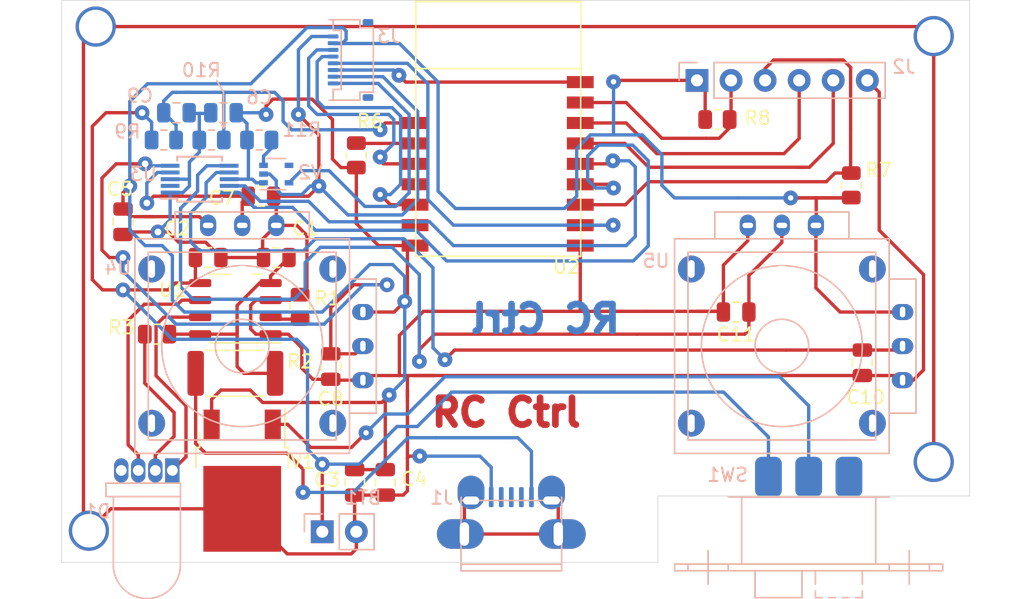
<source format=kicad_pcb>
(kicad_pcb (version 20171130) (host pcbnew "(5.1.7)-1")

  (general
    (thickness 1.6)
    (drawings 16)
    (tracks 548)
    (zones 0)
    (modules 33)
    (nets 30)
  )

  (page A4)
  (layers
    (0 F.Cu signal)
    (31 B.Cu signal)
    (32 B.Adhes user)
    (33 F.Adhes user)
    (34 B.Paste user)
    (35 F.Paste user)
    (36 B.SilkS user)
    (37 F.SilkS user)
    (38 B.Mask user)
    (39 F.Mask user)
    (40 Dwgs.User user)
    (41 Cmts.User user)
    (42 Eco1.User user)
    (43 Eco2.User user)
    (44 Edge.Cuts user)
    (45 Margin user)
    (46 B.CrtYd user)
    (47 F.CrtYd user)
    (48 B.Fab user)
    (49 F.Fab user)
  )

  (setup
    (last_trace_width 0.25)
    (trace_clearance 0.2)
    (zone_clearance 0.508)
    (zone_45_only no)
    (trace_min 0.2)
    (via_size 0.8)
    (via_drill 0.4)
    (via_min_size 0.4)
    (via_min_drill 0.3)
    (uvia_size 0.3)
    (uvia_drill 0.1)
    (uvias_allowed no)
    (uvia_min_size 0.2)
    (uvia_min_drill 0.1)
    (edge_width 0.05)
    (segment_width 0.2)
    (pcb_text_width 0.3)
    (pcb_text_size 1.5 1.5)
    (mod_edge_width 0.12)
    (mod_text_size 1 1)
    (mod_text_width 0.15)
    (pad_size 1.6 1.6)
    (pad_drill 1.4)
    (pad_to_mask_clearance 0)
    (aux_axis_origin 0 0)
    (visible_elements 7FFFFFFF)
    (pcbplotparams
      (layerselection 0x000f0_ffffffff)
      (usegerberextensions false)
      (usegerberattributes true)
      (usegerberadvancedattributes true)
      (creategerberjobfile true)
      (excludeedgelayer false)
      (linewidth 0.100000)
      (plotframeref false)
      (viasonmask false)
      (mode 1)
      (useauxorigin false)
      (hpglpennumber 1)
      (hpglpenspeed 20)
      (hpglpendiameter 15.000000)
      (psnegative false)
      (psa4output false)
      (plotreference true)
      (plotvalue true)
      (plotinvisibletext false)
      (padsonsilk false)
      (subtractmaskfromsilk false)
      (outputformat 1)
      (mirror false)
      (drillshape 0)
      (scaleselection 1)
      (outputdirectory "Gerber/"))
  )

  (net 0 "")
  (net 1 GND)
  (net 2 "Net-(C1-Pad1)")
  (net 3 +3V3)
  (net 4 /RST)
  (net 5 "Net-(D1-Pad2)")
  (net 6 "Net-(D1-Pad3)")
  (net 7 "Net-(J1-Pad6)")
  (net 8 "Net-(J1-Pad1)")
  (net 9 /Flash)
  (net 10 /TX)
  (net 11 /RX)
  (net 12 /TFT_RST)
  (net 13 /TFT_RS)
  (net 14 /2V8_BackLight)
  (net 15 "Net-(R1-Pad2)")
  (net 16 "Net-(R6-Pad2)")
  (net 17 +BATT)
  (net 18 "Net-(R11-Pad2)")
  (net 19 /I2C_SCL)
  (net 20 /I2C_SDA)
  (net 21 /TFT_SDA)
  (net 22 /TFT_SCL)
  (net 23 "Net-(D1-Pad1)")
  (net 24 "Net-(C9-Pad1)")
  (net 25 /RH)
  (net 26 /RV)
  (net 27 /LV)
  (net 28 /LH)
  (net 29 "Net-(SW1-Pad2)")

  (net_class Default "This is the default net class."
    (clearance 0.2)
    (trace_width 0.25)
    (via_dia 0.8)
    (via_drill 0.4)
    (uvia_dia 0.3)
    (uvia_drill 0.1)
    (add_net +3V3)
    (add_net +BATT)
    (add_net /2V8_BackLight)
    (add_net /Flash)
    (add_net /I2C_SCL)
    (add_net /I2C_SDA)
    (add_net /LH)
    (add_net /LV)
    (add_net /RH)
    (add_net /RST)
    (add_net /RV)
    (add_net /RX)
    (add_net /TFT_RS)
    (add_net /TFT_RST)
    (add_net /TFT_SCL)
    (add_net /TFT_SDA)
    (add_net /TX)
    (add_net GND)
    (add_net "Net-(C1-Pad1)")
    (add_net "Net-(C9-Pad1)")
    (add_net "Net-(D1-Pad1)")
    (add_net "Net-(D1-Pad2)")
    (add_net "Net-(D1-Pad3)")
    (add_net "Net-(J1-Pad1)")
    (add_net "Net-(J1-Pad6)")
    (add_net "Net-(R1-Pad2)")
    (add_net "Net-(R11-Pad2)")
    (add_net "Net-(R6-Pad2)")
    (add_net "Net-(SW1-Pad2)")
  )

  (module TrevM:PinHeader_1x06_P2.54mm_Vertical_bent (layer B.Cu) (tedit 60BD185F) (tstamp 60F5694D)
    (at 161.671 90.424 270)
    (descr "Through hole straight pin header, 1x06, 2.54mm pitch, single row")
    (tags "Through hole pin header THT 1x06 2.54mm single row")
    (path /60989217)
    (fp_text reference J2 (at -1.016 -15.419) (layer B.SilkS)
      (effects (font (size 1 1) (thickness 0.15)) (justify mirror))
    )
    (fp_text value Program (at 2.54 -11.557 180) (layer B.Fab)
      (effects (font (size 1 1) (thickness 0.15)) (justify mirror))
    )
    (fp_line (start -0.635 1.27) (end 1.27 1.27) (layer B.Fab) (width 0.1))
    (fp_line (start 1.27 1.27) (end 1.27 -13.97) (layer B.Fab) (width 0.1))
    (fp_line (start 1.27 -13.97) (end -1.27 -13.97) (layer B.Fab) (width 0.1))
    (fp_line (start -1.27 -13.97) (end -1.27 0.635) (layer B.Fab) (width 0.1))
    (fp_line (start -1.27 0.635) (end -0.635 1.27) (layer B.Fab) (width 0.1))
    (fp_line (start -1.33 -14.03) (end 1.33 -14.03) (layer B.SilkS) (width 0.12))
    (fp_line (start -1.33 -1.27) (end -1.33 -14.03) (layer B.SilkS) (width 0.12))
    (fp_line (start 1.33 -1.27) (end 1.33 -14.03) (layer B.SilkS) (width 0.12))
    (fp_line (start -1.33 -1.27) (end 1.33 -1.27) (layer B.SilkS) (width 0.12))
    (fp_line (start -1.33 0) (end -1.33 1.33) (layer B.SilkS) (width 0.12))
    (fp_line (start -1.33 1.33) (end 0 1.33) (layer B.SilkS) (width 0.12))
    (fp_line (start -1.8 1.8) (end -1.8 -14.5) (layer B.CrtYd) (width 0.05))
    (fp_line (start -1.8 -14.5) (end 1.8 -14.5) (layer B.CrtYd) (width 0.05))
    (fp_line (start 1.8 -14.5) (end 1.8 1.8) (layer B.CrtYd) (width 0.05))
    (fp_line (start 1.8 1.8) (end -1.8 1.8) (layer B.CrtYd) (width 0.05))
    (fp_text user %R (at 0 -6.35) (layer B.Fab)
      (effects (font (size 1 1) (thickness 0.15)) (justify mirror))
    )
    (pad 6 thru_hole oval (at 0 -12.7 270) (size 1.7 1.7) (drill 0.9) (layers *.Cu *.Mask)
      (net 1 GND))
    (pad 5 thru_hole oval (at 0 -10.16 270) (size 1.7 1.7) (drill 0.9) (layers *.Cu *.Mask)
      (net 11 /RX))
    (pad 4 thru_hole oval (at 0 -7.62 270) (size 1.7 1.7) (drill 0.9) (layers *.Cu *.Mask)
      (net 10 /TX))
    (pad 3 thru_hole oval (at 0 -5.08 270) (size 1.7 1.7) (drill 0.9) (layers *.Cu *.Mask)
      (net 9 /Flash))
    (pad 2 thru_hole oval (at 0 -2.54 270) (size 1.7 1.7) (drill 0.9) (layers *.Cu *.Mask)
      (net 4 /RST))
    (pad 1 thru_hole rect (at 0 0 270) (size 1.7 1.7) (drill 0.9) (layers *.Cu *.Mask)
      (net 3 +3V3))
    (model E:/Projects/FreeCAD/6way0_1headerBent.step
      (at (xyz 0 0 0))
      (scale (xyz 1 1 1))
      (rotate (xyz 0 0 0))
    )
  )

  (module Resistor_SMD:R_0805_2012Metric (layer F.Cu) (tedit 5F68FEEE) (tstamp 60977245)
    (at 173.1772 98.2472 90)
    (descr "Resistor SMD 0805 (2012 Metric), square (rectangular) end terminal, IPC_7351 nominal, (Body size source: IPC-SM-782 page 72, https://www.pcb-3d.com/wordpress/wp-content/uploads/ipc-sm-782a_amendment_1_and_2.pdf), generated with kicad-footprint-generator")
    (tags resistor)
    (path /6090119B)
    (attr smd)
    (fp_text reference R7 (at 1.143 2.032 180) (layer F.SilkS)
      (effects (font (size 1 1) (thickness 0.15)))
    )
    (fp_text value 10K (at 2.413 1.651 180) (layer F.Fab)
      (effects (font (size 1 1) (thickness 0.15)))
    )
    (fp_line (start 1.68 0.95) (end -1.68 0.95) (layer F.CrtYd) (width 0.05))
    (fp_line (start 1.68 -0.95) (end 1.68 0.95) (layer F.CrtYd) (width 0.05))
    (fp_line (start -1.68 -0.95) (end 1.68 -0.95) (layer F.CrtYd) (width 0.05))
    (fp_line (start -1.68 0.95) (end -1.68 -0.95) (layer F.CrtYd) (width 0.05))
    (fp_line (start -0.227064 0.735) (end 0.227064 0.735) (layer F.SilkS) (width 0.12))
    (fp_line (start -0.227064 -0.735) (end 0.227064 -0.735) (layer F.SilkS) (width 0.12))
    (fp_line (start 1 0.625) (end -1 0.625) (layer F.Fab) (width 0.1))
    (fp_line (start 1 -0.625) (end 1 0.625) (layer F.Fab) (width 0.1))
    (fp_line (start -1 -0.625) (end 1 -0.625) (layer F.Fab) (width 0.1))
    (fp_line (start -1 0.625) (end -1 -0.625) (layer F.Fab) (width 0.1))
    (fp_text user %R (at 0 0 90) (layer F.Fab)
      (effects (font (size 0.5 0.5) (thickness 0.08)))
    )
    (pad 2 smd roundrect (at 0.9125 0 90) (size 1.025 1.4) (layers F.Cu F.Paste F.Mask) (roundrect_rratio 0.2439014634146341)
      (net 9 /Flash))
    (pad 1 smd roundrect (at -0.9125 0 90) (size 1.025 1.4) (layers F.Cu F.Paste F.Mask) (roundrect_rratio 0.2439014634146341)
      (net 3 +3V3))
    (model ${KISYS3DMOD}/Resistor_SMD.3dshapes/R_0805_2012Metric.wrl
      (at (xyz 0 0 0))
      (scale (xyz 1 1 1))
      (rotate (xyz 0 0 0))
    )
  )

  (module Capacitor_SMD:C_0805_2012Metric (layer F.Cu) (tedit 5F68FEEE) (tstamp 60F441F0)
    (at 164.592 107.696 180)
    (descr "Capacitor SMD 0805 (2012 Metric), square (rectangular) end terminal, IPC_7351 nominal, (Body size source: IPC-SM-782 page 76, https://www.pcb-3d.com/wordpress/wp-content/uploads/ipc-sm-782a_amendment_1_and_2.pdf, https://docs.google.com/spreadsheets/d/1BsfQQcO9C6DZCsRaXUlFlo91Tg2WpOkGARC1WS5S8t0/edit?usp=sharing), generated with kicad-footprint-generator")
    (tags capacitor)
    (path /610131D0)
    (attr smd)
    (fp_text reference C11 (at 0 -1.68) (layer F.SilkS)
      (effects (font (size 1 1) (thickness 0.15)))
    )
    (fp_text value 100n (at 0 1.68) (layer F.Fab)
      (effects (font (size 1 1) (thickness 0.15)))
    )
    (fp_line (start -1 0.625) (end -1 -0.625) (layer F.Fab) (width 0.1))
    (fp_line (start -1 -0.625) (end 1 -0.625) (layer F.Fab) (width 0.1))
    (fp_line (start 1 -0.625) (end 1 0.625) (layer F.Fab) (width 0.1))
    (fp_line (start 1 0.625) (end -1 0.625) (layer F.Fab) (width 0.1))
    (fp_line (start -0.261252 -0.735) (end 0.261252 -0.735) (layer F.SilkS) (width 0.12))
    (fp_line (start -0.261252 0.735) (end 0.261252 0.735) (layer F.SilkS) (width 0.12))
    (fp_line (start -1.7 0.98) (end -1.7 -0.98) (layer F.CrtYd) (width 0.05))
    (fp_line (start -1.7 -0.98) (end 1.7 -0.98) (layer F.CrtYd) (width 0.05))
    (fp_line (start 1.7 -0.98) (end 1.7 0.98) (layer F.CrtYd) (width 0.05))
    (fp_line (start 1.7 0.98) (end -1.7 0.98) (layer F.CrtYd) (width 0.05))
    (fp_text user %R (at 0 0) (layer F.Fab)
      (effects (font (size 0.5 0.5) (thickness 0.08)))
    )
    (pad 2 smd roundrect (at 0.95 0 180) (size 1 1.45) (layers F.Cu F.Paste F.Mask) (roundrect_rratio 0.25)
      (net 1 GND))
    (pad 1 smd roundrect (at -0.95 0 180) (size 1 1.45) (layers F.Cu F.Paste F.Mask) (roundrect_rratio 0.25)
      (net 28 /LH))
    (model ${KISYS3DMOD}/Capacitor_SMD.3dshapes/C_0805_2012Metric.wrl
      (at (xyz 0 0 0))
      (scale (xyz 1 1 1))
      (rotate (xyz 0 0 0))
    )
  )

  (module TrevM:USB_micro (layer B.Cu) (tedit 60B00269) (tstamp 60A9756E)
    (at 147.828 128.4986 180)
    (path /6099EFAA)
    (fp_text reference J1 (at 5.207 6.9596 180) (layer B.SilkS)
      (effects (font (size 1 1) (thickness 0.15)) (justify mirror))
    )
    (fp_text value USB_B_Mini (at -1.016 9.5504 180) (layer B.Fab)
      (effects (font (size 1 1) (thickness 0.15)) (justify mirror))
    )
    (fp_line (start -3.75 6.75) (end 3.75 6.75) (layer B.SilkS) (width 0.12))
    (fp_line (start -3.75 1.5) (end -3.75 7) (layer B.SilkS) (width 0.12))
    (fp_line (start 3.75 1.5) (end 3.75 7) (layer B.SilkS) (width 0.12))
    (fp_line (start -3.75 2) (end 3.75 2) (layer B.SilkS) (width 0.12))
    (fp_line (start -3.75 1.5) (end 3.75 1.5) (layer B.SilkS) (width 0.12))
    (pad 6 thru_hole oval (at 3.5 4.25 90) (size 2.2 3.5) (drill oval 1.75 0.7 (offset 0 -0.3)) (layers *.Cu *.Mask)
      (net 7 "Net-(J1-Pad6)") (solder_mask_margin -0.1) (solder_paste_margin -0.1) (clearance 0.01))
    (pad 6 thru_hole oval (at 3 6.75 180) (size 2 2.5) (drill oval 1.2 0.6 (offset 0 0.6)) (layers *.Cu *.Mask)
      (net 7 "Net-(J1-Pad6)") (solder_mask_margin -0.1) (solder_paste_margin -0.1) (clearance 0.01))
    (pad 6 thru_hole oval (at -3.5 4.25 90) (size 2.2 3.5) (drill oval 1.75 0.7 (offset 0 0.3)) (layers *.Cu *.Mask)
      (net 7 "Net-(J1-Pad6)") (solder_mask_margin -0.1) (solder_paste_margin -0.1) (clearance 0.01))
    (pad 5 smd roundrect (at 1.5 7 180) (size 0.35 1.5) (layers B.Cu B.Paste B.Mask) (roundrect_rratio 0.25)
      (net 1 GND) (solder_mask_margin -0.1) (solder_paste_margin -0.1) (clearance 0.05))
    (pad 4 smd roundrect (at 0.75 7 180) (size 0.35 1.5) (layers B.Cu B.Paste B.Mask) (roundrect_rratio 0.25)
      (solder_mask_margin -0.1) (solder_paste_margin -0.1) (clearance 0.05))
    (pad 1 smd roundrect (at -1.5 7 180) (size 0.35 1.5) (layers B.Cu B.Paste B.Mask) (roundrect_rratio 0.25)
      (net 8 "Net-(J1-Pad1)") (solder_mask_margin -0.1) (solder_paste_margin -0.1) (clearance 0.05))
    (pad 2 smd roundrect (at -0.75 7 180) (size 0.35 1.5) (layers B.Cu B.Paste B.Mask) (roundrect_rratio 0.25)
      (solder_mask_margin -0.1) (solder_paste_margin -0.1) (clearance 0.05))
    (pad 3 smd roundrect (at 0 7 180) (size 0.35 1.5) (layers B.Cu B.Paste B.Mask) (roundrect_rratio 0.25)
      (solder_mask_margin -0.1) (solder_paste_margin -0.1) (clearance 0.05))
    (pad "" np_thru_hole circle (at 2 5.75 180) (size 0.8 0.8) (drill 0.8) (layers *.Cu *.Mask)
      (solder_mask_margin -0.1) (solder_paste_margin -0.1) (clearance 0.01))
    (pad "" np_thru_hole circle (at -2 5.75 180) (size 0.8 0.8) (drill 0.8) (layers *.Cu *.Mask)
      (solder_mask_margin -0.1) (solder_paste_margin -0.1) (clearance 0.001))
    (pad 6 thru_hole oval (at -3 6.75 180) (size 2 2.5) (drill oval 1.25 0.6 (offset 0 0.6)) (layers *.Cu *.Mask)
      (net 7 "Net-(J1-Pad6)") (solder_mask_margin -0.1) (solder_paste_margin -0.1) (clearance 0.01))
  )

  (module TrevM:ESP-M2_DOIT (layer F.Cu) (tedit 60BCFEBD) (tstamp 609772A9)
    (at 147 98.044)
    (path /608FF981)
    (fp_text reference U2 (at 4.9406 6.287799) (layer F.SilkS)
      (effects (font (size 1 1) (thickness 0.15)))
    )
    (fp_text value ESP-M2 (at -2.7556 6.160799) (layer F.Fab)
      (effects (font (size 1 1) (thickness 0.15)))
    )
    (fp_line (start 6 -8.5) (end 6 -13.5) (layer F.SilkS) (width 0.12))
    (fp_line (start -6.3 -8.5) (end -6.3 -13.5) (layer F.SilkS) (width 0.12))
    (fp_line (start -6.3 -8.5) (end -6.3 5.5) (layer F.SilkS) (width 0.12))
    (fp_line (start 6 -8.5) (end -6.3 -8.5) (layer F.SilkS) (width 0.12))
    (fp_line (start 6 5.5) (end 6 -8.5) (layer F.SilkS) (width 0.12))
    (fp_line (start -6.3 5.5) (end 6 5.5) (layer F.SilkS) (width 0.12))
    (fp_line (start -6.3 -13.5) (end 6 -13.5) (layer F.SilkS) (width 0.15))
    (pad 16 smd rect (at 5.969 -7.493) (size 2 0.9) (layers F.Cu F.Paste F.Mask)
      (net 12 /TFT_RST))
    (pad 15 smd rect (at 5.969 -5.969) (size 2 0.9) (layers F.Cu F.Paste F.Mask)
      (net 4 /RST))
    (pad 14 smd rect (at 5.969 -4.445) (size 2 0.9) (layers F.Cu F.Paste F.Mask)
      (net 10 /TX))
    (pad 13 smd rect (at 5.969 -2.921) (size 2 0.9) (layers F.Cu F.Paste F.Mask)
      (net 11 /RX))
    (pad 12 smd rect (at 5.969 -1.397) (size 2 0.9) (layers F.Cu F.Paste F.Mask)
      (net 20 /I2C_SDA))
    (pad 11 smd rect (at 5.969 0.127) (size 2 0.9) (layers F.Cu F.Paste F.Mask)
      (net 19 /I2C_SCL))
    (pad 10 smd rect (at 5.969 1.651) (size 2 0.9) (layers F.Cu F.Paste F.Mask)
      (net 9 /Flash))
    (pad 9 smd rect (at 5.969 3.175) (size 2 0.9) (layers F.Cu F.Paste F.Mask)
      (net 13 /TFT_RS))
    (pad 8 smd rect (at 5.969 4.699) (size 2 0.9) (layers F.Cu F.Paste F.Mask)
      (net 1 GND))
    (pad 1 smd rect (at -6.35 -4.445) (size 2 0.9) (layers F.Cu F.Paste F.Mask)
      (net 24 "Net-(C9-Pad1)"))
    (pad 2 smd rect (at -6.35 -2.921) (size 2 0.9) (layers F.Cu F.Paste F.Mask)
      (net 16 "Net-(R6-Pad2)"))
    (pad 3 smd rect (at -6.35 -1.397) (size 2 0.9) (layers F.Cu F.Paste F.Mask)
      (net 22 /TFT_SCL))
    (pad 4 smd rect (at -6.35 0.127) (size 2 0.9) (layers F.Cu F.Paste F.Mask))
    (pad 5 smd rect (at -6.35 1.651) (size 2 0.9) (layers F.Cu F.Paste F.Mask)
      (net 21 /TFT_SDA))
    (pad 6 smd rect (at -6.35 3.175) (size 2 0.9) (layers F.Cu F.Paste F.Mask))
    (pad 7 smd rect (at -6.35 4.699) (size 2 0.9) (layers F.Cu F.Paste F.Mask)
      (net 3 +3V3))
    (model E:/Projects/FreeCAD/ESP-M2.step
      (at (xyz 0 0 0))
      (scale (xyz 1 1 1))
      (rotate (xyz 0 0 0))
    )
  )

  (module TrevM:Joystick (layer B.Cu) (tedit 60F47B9E) (tstamp 609772E4)
    (at 119.761 110.236 90)
    (path /609ED74B)
    (fp_text reference U4 (at 5.842 -1.27 180) (layer B.SilkS)
      (effects (font (size 1 1) (thickness 0.15)) (justify mirror))
    )
    (fp_text value "Right Joystick" (at -0.889 -1.143 270) (layer B.Fab)
      (effects (font (size 1 1) (thickness 0.15)) (justify mirror))
    )
    (fp_circle (center 0 8.001) (end 8 8.001) (layer B.Fab) (width 0.12))
    (fp_circle (center 0 8.001) (end 18 8.001) (layer B.Fab) (width 0.12))
    (fp_circle (center 0 8.001) (end 0.254 8.001) (layer B.Fab) (width 0.12))
    (fp_line (start -7 1) (end 0 1) (layer B.SilkS) (width 0.12))
    (fp_line (start -7 15) (end -7 1) (layer B.SilkS) (width 0.12))
    (fp_line (start 7 15) (end -7 15) (layer B.SilkS) (width 0.12))
    (fp_line (start 7 1) (end 7 15) (layer B.SilkS) (width 0.12))
    (fp_line (start 0 1) (end 7 1) (layer B.SilkS) (width 0.12))
    (fp_line (start -8 0) (end 8 0) (layer B.SilkS) (width 0.12))
    (fp_line (start 8 0) (end 8 16) (layer B.SilkS) (width 0.12))
    (fp_line (start 8 16) (end -8 16) (layer B.SilkS) (width 0.12))
    (fp_line (start -8 16) (end -8 0) (layer B.SilkS) (width 0.12))
    (fp_circle (center 0 8) (end 2 8) (layer B.SilkS) (width 0.12))
    (fp_circle (center 0 8) (end 6 8) (layer B.SilkS) (width 0.12))
    (fp_line (start 8 3) (end 10 3) (layer B.SilkS) (width 0.12))
    (fp_line (start 10 3) (end 10 13) (layer B.SilkS) (width 0.12))
    (fp_line (start 10 13) (end 8 13) (layer B.SilkS) (width 0.12))
    (fp_line (start 5 16) (end 5 18) (layer B.SilkS) (width 0.12))
    (fp_line (start 5 18) (end -5 18) (layer B.SilkS) (width 0.12))
    (fp_line (start -5 18) (end -5 16) (layer B.SilkS) (width 0.12))
    (pad 6 thru_hole oval (at -2.54 17 90) (size 1.2 1.6) (drill oval 0.8 0.4) (layers *.Cu *.Mask)
      (net 1 GND))
    (pad 5 thru_hole oval (at 0 17 90) (size 1.2 1.6) (drill oval 0.8 0.4) (layers *.Cu *.Mask)
      (net 26 /RV))
    (pad 4 thru_hole oval (at 2.54 17 90) (size 1.2 1.6) (drill oval 0.8 0.4) (layers *.Cu *.Mask)
      (net 3 +3V3))
    (pad 3 thru_hole oval (at 9 10.54 90) (size 1.6 1.2) (drill oval 0.4 0.8) (layers *.Cu *.Mask)
      (net 1 GND))
    (pad 2 thru_hole oval (at 9 8 90) (size 1.6 1.2) (drill oval 0.4 0.8) (layers *.Cu *.Mask)
      (net 25 /RH))
    (pad 1 thru_hole oval (at 9 5.46 90) (size 1.6 1.2) (drill oval 0.4 0.8) (layers *.Cu *.Mask)
      (net 3 +3V3))
    (pad "" np_thru_hole circle (at -5 8 90) (size 1.5 1.5) (drill 1.5) (layers *.Cu *.Mask))
    (pad "" np_thru_hole circle (at 5.25 8 90) (size 1.5 1.5) (drill 1.5) (layers *.Cu *.Mask))
    (pad "" thru_hole circle (at -5.75 14.75 90) (size 2 2) (drill oval 1.32 0.5) (layers *.Cu *.Mask))
    (pad "" thru_hole circle (at 5.75 14.75 90) (size 2 2) (drill oval 1.32 0.5) (layers *.Cu *.Mask))
    (pad "" thru_hole circle (at 5.75 1.25 90) (size 2 2) (drill oval 1.32 0.5) (layers *.Cu *.Mask))
    (pad "" thru_hole circle (at -5.75 1.25 90) (size 2 2) (drill oval 1.32 0.5) (layers *.Cu *.Mask))
    (model E:/Projects/FreeCAD/Joystick.step
      (at (xyz 0 0 0))
      (scale (xyz 1 1 1))
      (rotate (xyz 0 0 0))
    )
  )

  (module TrevM:Joystick (layer B.Cu) (tedit 60F47B9E) (tstamp 60F43C6C)
    (at 160 110.236 90)
    (path /60F9CF54)
    (fp_text reference U5 (at 6.35 -1.377 180) (layer B.SilkS)
      (effects (font (size 1 1) (thickness 0.15)) (justify mirror))
    )
    (fp_text value "Left Joystick" (at -0.381 -1.25 90) (layer B.Fab)
      (effects (font (size 1 1) (thickness 0.15)) (justify mirror))
    )
    (fp_circle (center 0 8.001) (end 8 8.001) (layer B.Fab) (width 0.12))
    (fp_circle (center 0 8.001) (end 18 8.001) (layer B.Fab) (width 0.12))
    (fp_circle (center 0 8.001) (end 0.254 8.001) (layer B.Fab) (width 0.12))
    (fp_line (start -7 1) (end 0 1) (layer B.SilkS) (width 0.12))
    (fp_line (start -7 15) (end -7 1) (layer B.SilkS) (width 0.12))
    (fp_line (start 7 15) (end -7 15) (layer B.SilkS) (width 0.12))
    (fp_line (start 7 1) (end 7 15) (layer B.SilkS) (width 0.12))
    (fp_line (start 0 1) (end 7 1) (layer B.SilkS) (width 0.12))
    (fp_line (start -8 0) (end 8 0) (layer B.SilkS) (width 0.12))
    (fp_line (start 8 0) (end 8 16) (layer B.SilkS) (width 0.12))
    (fp_line (start 8 16) (end -8 16) (layer B.SilkS) (width 0.12))
    (fp_line (start -8 16) (end -8 0) (layer B.SilkS) (width 0.12))
    (fp_circle (center 0 8) (end 2 8) (layer B.SilkS) (width 0.12))
    (fp_circle (center 0 8) (end 6 8) (layer B.SilkS) (width 0.12))
    (fp_line (start 8 3) (end 10 3) (layer B.SilkS) (width 0.12))
    (fp_line (start 10 3) (end 10 13) (layer B.SilkS) (width 0.12))
    (fp_line (start 10 13) (end 8 13) (layer B.SilkS) (width 0.12))
    (fp_line (start 5 16) (end 5 18) (layer B.SilkS) (width 0.12))
    (fp_line (start 5 18) (end -5 18) (layer B.SilkS) (width 0.12))
    (fp_line (start -5 18) (end -5 16) (layer B.SilkS) (width 0.12))
    (pad 6 thru_hole oval (at -2.54 17 90) (size 1.2 1.6) (drill oval 0.8 0.4) (layers *.Cu *.Mask)
      (net 1 GND))
    (pad 5 thru_hole oval (at 0 17 90) (size 1.2 1.6) (drill oval 0.8 0.4) (layers *.Cu *.Mask)
      (net 27 /LV))
    (pad 4 thru_hole oval (at 2.54 17 90) (size 1.2 1.6) (drill oval 0.8 0.4) (layers *.Cu *.Mask)
      (net 3 +3V3))
    (pad 3 thru_hole oval (at 9 10.54 90) (size 1.6 1.2) (drill oval 0.4 0.8) (layers *.Cu *.Mask)
      (net 3 +3V3))
    (pad 2 thru_hole oval (at 9 8 90) (size 1.6 1.2) (drill oval 0.4 0.8) (layers *.Cu *.Mask)
      (net 28 /LH))
    (pad 1 thru_hole oval (at 9 5.46 90) (size 1.6 1.2) (drill oval 0.4 0.8) (layers *.Cu *.Mask)
      (net 1 GND))
    (pad "" np_thru_hole circle (at -5 8 90) (size 1.5 1.5) (drill 1.5) (layers *.Cu *.Mask))
    (pad "" np_thru_hole circle (at 5.25 8 90) (size 1.5 1.5) (drill 1.5) (layers *.Cu *.Mask))
    (pad "" thru_hole circle (at -5.75 14.75 90) (size 2 2) (drill oval 1.32 0.5) (layers *.Cu *.Mask))
    (pad "" thru_hole circle (at 5.75 14.75 90) (size 2 2) (drill oval 1.32 0.5) (layers *.Cu *.Mask))
    (pad "" thru_hole circle (at 5.75 1.25 90) (size 2 2) (drill oval 1.32 0.5) (layers *.Cu *.Mask))
    (pad "" thru_hole circle (at -5.75 1.25 90) (size 2 2) (drill oval 1.32 0.5) (layers *.Cu *.Mask))
    (model E:/Projects/FreeCAD/Joystick.step
      (at (xyz 0 0 0))
      (scale (xyz 1 1 1))
      (rotate (xyz 0 0 0))
    )
  )

  (module TrevM:LED_D5.0mm-4_RGB-RIGHT (layer B.Cu) (tedit 60BCFEA5) (tstamp 60BD3AA2)
    (at 122.555 119.507 180)
    (descr "LED, diameter 5.0mm, 2 pins, diameter 5.0mm, 3 pins, diameter 5.0mm, 4 pins, http://www.kingbright.com/attachments/file/psearch/000/00/00/L-154A4SUREQBFZGEW(Ver.9A).pdf")
    (tags "LED diameter 5.0mm 2 pins diameter 5.0mm 3 pins diameter 5.0mm 4 pins RGB RGBLED")
    (path /609EC64A)
    (fp_text reference D1 (at 5.588 -3.048 180) (layer B.SilkS)
      (effects (font (size 1 1) (thickness 0.15)) (justify mirror))
    )
    (fp_text value Chg (at 6.35 0.127) (layer B.Fab)
      (effects (font (size 1 1) (thickness 0.15)) (justify mirror))
    )
    (fp_line (start -0.6 -0.95) (end -0.6 -1.95) (layer B.CrtYd) (width 0.12))
    (fp_line (start -0.6 -1.95) (end 4.9 -1.95) (layer B.CrtYd) (width 0.12))
    (fp_line (start 4.9 -1.95) (end 4.9 -0.95) (layer B.CrtYd) (width 0.12))
    (fp_line (start 4.9 -0.95) (end -0.55 -0.95) (layer B.CrtYd) (width 0.12))
    (fp_line (start -0.6 -1.95) (end -0.6 -7.05) (layer B.CrtYd) (width 0.12))
    (fp_line (start 4.4 -1.95) (end 4.4 -7) (layer B.CrtYd) (width 0.12))
    (fp_line (start -0.55 -0.95) (end 4.95 -0.95) (layer B.SilkS) (width 0.12))
    (fp_line (start 4.95 -0.95) (end 4.95 -1.95) (layer B.SilkS) (width 0.12))
    (fp_line (start 4.95 -1.95) (end -0.6 -1.95) (layer B.SilkS) (width 0.12))
    (fp_line (start -0.6 -1.95) (end -0.6 -0.95) (layer B.SilkS) (width 0.12))
    (fp_line (start -0.6 -1.95) (end -0.6 -7) (layer B.SilkS) (width 0.12))
    (fp_line (start 4.4 -1.95) (end 4.4 -7) (layer B.SilkS) (width 0.12))
    (fp_arc (start 1.899999 -7.049999) (end -0.6 -7) (angle 181.1457628) (layer B.SilkS) (width 0.12))
    (fp_arc (start 1.899999 -7.049999) (end -0.6 -7) (angle 181.1457628) (layer B.CrtYd) (width 0.12))
    (fp_text user %R (at 2.05 -3.95 180) (layer B.Fab)
      (effects (font (size 1 1) (thickness 0.15)) (justify mirror))
    )
    (pad 4 thru_hole oval (at 3.81 0 180) (size 1.07 1.8) (drill 0.8) (layers *.Cu *.Mask))
    (pad 3 thru_hole oval (at 2.54 0 180) (size 1.07 1.8) (drill 0.8) (layers *.Cu *.Mask)
      (net 6 "Net-(D1-Pad3)"))
    (pad 2 thru_hole oval (at 1.27 0 180) (size 1.07 1.8) (drill 0.8) (layers *.Cu *.Mask)
      (net 5 "Net-(D1-Pad2)"))
    (pad 1 thru_hole rect (at 0 0 180) (size 1.07 1.8) (drill 0.8) (layers *.Cu *.Mask)
      (net 23 "Net-(D1-Pad1)"))
    (model E:/Projects/FreeCAD/RGB_LED.step
      (at (xyz 0 0 0))
      (scale (xyz 1 1 1))
      (rotate (xyz 0 0 0))
    )
  )

  (module Capacitor_SMD:C_0805_2012Metric (layer F.Cu) (tedit 5F68FEEE) (tstamp 60F43DC2)
    (at 174 111.4806 270)
    (descr "Capacitor SMD 0805 (2012 Metric), square (rectangular) end terminal, IPC_7351 nominal, (Body size source: IPC-SM-782 page 76, https://www.pcb-3d.com/wordpress/wp-content/uploads/ipc-sm-782a_amendment_1_and_2.pdf, https://docs.google.com/spreadsheets/d/1BsfQQcO9C6DZCsRaXUlFlo91Tg2WpOkGARC1WS5S8t0/edit?usp=sharing), generated with kicad-footprint-generator")
    (tags capacitor)
    (path /6101265B)
    (attr smd)
    (fp_text reference C10 (at 2.5654 -0.244) (layer F.SilkS)
      (effects (font (size 1 1) (thickness 0.15)))
    )
    (fp_text value 100n (at -2.5146 0.01) (layer F.Fab)
      (effects (font (size 1 1) (thickness 0.15)))
    )
    (fp_line (start -1 0.625) (end -1 -0.625) (layer F.Fab) (width 0.1))
    (fp_line (start -1 -0.625) (end 1 -0.625) (layer F.Fab) (width 0.1))
    (fp_line (start 1 -0.625) (end 1 0.625) (layer F.Fab) (width 0.1))
    (fp_line (start 1 0.625) (end -1 0.625) (layer F.Fab) (width 0.1))
    (fp_line (start -0.261252 -0.735) (end 0.261252 -0.735) (layer F.SilkS) (width 0.12))
    (fp_line (start -0.261252 0.735) (end 0.261252 0.735) (layer F.SilkS) (width 0.12))
    (fp_line (start -1.7 0.98) (end -1.7 -0.98) (layer F.CrtYd) (width 0.05))
    (fp_line (start -1.7 -0.98) (end 1.7 -0.98) (layer F.CrtYd) (width 0.05))
    (fp_line (start 1.7 -0.98) (end 1.7 0.98) (layer F.CrtYd) (width 0.05))
    (fp_line (start 1.7 0.98) (end -1.7 0.98) (layer F.CrtYd) (width 0.05))
    (fp_text user %R (at 0 0 270) (layer F.Fab)
      (effects (font (size 0.5 0.5) (thickness 0.08)))
    )
    (pad 2 smd roundrect (at 0.95 0 270) (size 1 1.45) (layers F.Cu F.Paste F.Mask) (roundrect_rratio 0.25)
      (net 1 GND))
    (pad 1 smd roundrect (at -0.95 0 270) (size 1 1.45) (layers F.Cu F.Paste F.Mask) (roundrect_rratio 0.25)
      (net 27 /LV))
    (model ${KISYS3DMOD}/Capacitor_SMD.3dshapes/C_0805_2012Metric.wrl
      (at (xyz 0 0 0))
      (scale (xyz 1 1 1))
      (rotate (xyz 0 0 0))
    )
  )

  (module TrevM:SlideSwitch (layer B.Cu) (tedit 60BD21E9) (tstamp 60977276)
    (at 160 121.4882 90)
    (path /60B1FF41)
    (fp_text reference SW1 (at 1.651 3.957) (layer B.SilkS)
      (effects (font (size 1 1) (thickness 0.15)) (justify mirror))
    )
    (fp_text value On/Off (at 0.9144 16.7132 180) (layer B.Fab)
      (effects (font (size 1 1) (thickness 0.15)) (justify mirror))
    )
    (fp_line (start 0 16) (end 0 4) (layer B.SilkS) (width 0.12))
    (fp_line (start -6.5 10.5) (end -5.5 10.5) (layer B.SilkS) (width 0.12))
    (fp_line (start -7.5 10.5) (end -7 10.5) (layer B.SilkS) (width 0.12))
    (fp_line (start -6.5 14) (end -5.5 14) (layer B.SilkS) (width 0.12))
    (fp_line (start -7.5 14) (end -7 14) (layer B.SilkS) (width 0.12))
    (fp_line (start -7.5 11) (end -7.5 10.5) (layer B.SilkS) (width 0.12))
    (fp_line (start -7.5 12) (end -7.5 11.5) (layer B.SilkS) (width 0.12))
    (fp_line (start -7.5 13) (end -7.5 12.5) (layer B.SilkS) (width 0.12))
    (fp_line (start -7.5 14) (end -7.5 13.5) (layer B.SilkS) (width 0.12))
    (fp_line (start -7.5 6) (end -5.5 6) (layer B.SilkS) (width 0.12))
    (fp_line (start -7.5 9.5) (end -5.5 9.5) (layer B.SilkS) (width 0.12))
    (fp_line (start -7.5 6) (end -7.5 9.5) (layer B.SilkS) (width 0.12))
    (fp_line (start -5 16) (end -5.5 16) (layer B.SilkS) (width 0.12))
    (fp_line (start -5.5 19) (end -5 19) (layer B.SilkS) (width 0.12))
    (fp_line (start -5 1) (end -5.5 1) (layer B.SilkS) (width 0.12))
    (fp_line (start -5 4) (end -5.5 4) (layer B.SilkS) (width 0.12))
    (fp_line (start -4 2.5) (end -6.5 2.5) (layer B.SilkS) (width 0.12))
    (fp_line (start -6.5 17.5) (end -4 17.5) (layer B.SilkS) (width 0.12))
    (fp_line (start 0 15) (end -5 15) (layer B.SilkS) (width 0.12))
    (fp_line (start 0 5) (end 0 15) (layer B.SilkS) (width 0.12))
    (fp_line (start -5 5) (end 0 5) (layer B.SilkS) (width 0.12))
    (fp_line (start -5.5 0) (end -5 0) (layer B.SilkS) (width 0.12))
    (fp_line (start -5.5 20) (end -5.5 0) (layer B.SilkS) (width 0.12))
    (fp_line (start -5 20) (end -5.5 20) (layer B.SilkS) (width 0.12))
    (fp_line (start -5 0) (end -5 20) (layer B.SilkS) (width 0.12))
    (pad 3 smd roundrect (at 1.5 13 90) (size 3 2) (layers B.Cu B.Paste B.Mask) (roundrect_rratio 0.25))
    (pad 2 smd roundrect (at 1.5 10 90) (size 3 2) (layers B.Cu B.Paste B.Mask) (roundrect_rratio 0.25)
      (net 29 "Net-(SW1-Pad2)"))
    (pad 1 smd roundrect (at 1.5 7 90) (size 3 2) (layers B.Cu B.Paste B.Mask) (roundrect_rratio 0.25)
      (net 17 +BATT))
    (model E:/Projects/FreeCAD/SlideSwitch.step
      (at (xyz 0 0 0))
      (scale (xyz 1 1 1))
      (rotate (xyz 0 0 0))
    )
  )

  (module Package_SO:MSOP-10_3x3mm_P0.5mm (layer B.Cu) (tedit 5A02F25C) (tstamp 60B15C0A)
    (at 124.587 97.79)
    (descr "10-Lead Plastic Micro Small Outline Package (MS) [MSOP] (see Microchip Packaging Specification 00000049BS.pdf)")
    (tags "SSOP 0.5")
    (path /6091079B)
    (attr smd)
    (fp_text reference U3 (at -4.191 -0.381) (layer B.SilkS)
      (effects (font (size 1 1) (thickness 0.15)) (justify mirror))
    )
    (fp_text value ADS1015 (at -4.699 2.54 180) (layer B.Fab)
      (effects (font (size 0.8 0.8) (thickness 0.15)) (justify mirror))
    )
    (fp_line (start -0.5 1.5) (end 1.5 1.5) (layer B.Fab) (width 0.15))
    (fp_line (start 1.5 1.5) (end 1.5 -1.5) (layer B.Fab) (width 0.15))
    (fp_line (start 1.5 -1.5) (end -1.5 -1.5) (layer B.Fab) (width 0.15))
    (fp_line (start -1.5 -1.5) (end -1.5 0.5) (layer B.Fab) (width 0.15))
    (fp_line (start -1.5 0.5) (end -0.5 1.5) (layer B.Fab) (width 0.15))
    (fp_line (start -3.15 1.85) (end -3.15 -1.85) (layer B.CrtYd) (width 0.05))
    (fp_line (start 3.15 1.85) (end 3.15 -1.85) (layer B.CrtYd) (width 0.05))
    (fp_line (start -3.15 1.85) (end 3.15 1.85) (layer B.CrtYd) (width 0.05))
    (fp_line (start -3.15 -1.85) (end 3.15 -1.85) (layer B.CrtYd) (width 0.05))
    (fp_line (start -1.675 1.675) (end -1.675 1.45) (layer B.SilkS) (width 0.15))
    (fp_line (start 1.675 1.675) (end 1.675 1.375) (layer B.SilkS) (width 0.15))
    (fp_line (start 1.675 -1.675) (end 1.675 -1.375) (layer B.SilkS) (width 0.15))
    (fp_line (start -1.675 -1.675) (end -1.675 -1.375) (layer B.SilkS) (width 0.15))
    (fp_line (start -1.675 1.675) (end 1.675 1.675) (layer B.SilkS) (width 0.15))
    (fp_line (start -1.675 -1.675) (end 1.675 -1.675) (layer B.SilkS) (width 0.15))
    (fp_line (start -1.675 1.45) (end -2.9 1.45) (layer B.SilkS) (width 0.15))
    (fp_text user %R (at 0 0) (layer B.Fab)
      (effects (font (size 0.6 0.6) (thickness 0.15)) (justify mirror))
    )
    (pad 1 smd rect (at -2.2 1) (size 1.4 0.3) (layers B.Cu B.Paste B.Mask)
      (net 1 GND))
    (pad 2 smd rect (at -2.2 0.5) (size 1.4 0.3) (layers B.Cu B.Paste B.Mask))
    (pad 3 smd rect (at -2.2 0) (size 1.4 0.3) (layers B.Cu B.Paste B.Mask)
      (net 1 GND))
    (pad 4 smd rect (at -2.2 -0.5) (size 1.4 0.3) (layers B.Cu B.Paste B.Mask)
      (net 25 /RH))
    (pad 5 smd rect (at -2.2 -1) (size 1.4 0.3) (layers B.Cu B.Paste B.Mask)
      (net 26 /RV))
    (pad 6 smd rect (at 2.2 -1) (size 1.4 0.3) (layers B.Cu B.Paste B.Mask)
      (net 28 /LH))
    (pad 7 smd rect (at 2.2 -0.5) (size 1.4 0.3) (layers B.Cu B.Paste B.Mask)
      (net 27 /LV))
    (pad 8 smd rect (at 2.2 0) (size 1.4 0.3) (layers B.Cu B.Paste B.Mask)
      (net 3 +3V3))
    (pad 9 smd rect (at 2.2 0.5) (size 1.4 0.3) (layers B.Cu B.Paste B.Mask)
      (net 20 /I2C_SDA))
    (pad 10 smd rect (at 2.2 1) (size 1.4 0.3) (layers B.Cu B.Paste B.Mask)
      (net 19 /I2C_SCL))
    (model ${KISYS3DMOD}/Package_SO.3dshapes/MSOP-10_3x3mm_P0.5mm.wrl
      (at (xyz 0 0 0))
      (scale (xyz 1 1 1))
      (rotate (xyz 0 0 0))
    )
  )

  (module Resistor_SMD:R_0805_2012Metric (layer F.Cu) (tedit 5F68FEEE) (tstamp 60977201)
    (at 121.412 109.347)
    (descr "Resistor SMD 0805 (2012 Metric), square (rectangular) end terminal, IPC_7351 nominal, (Body size source: IPC-SM-782 page 72, https://www.pcb-3d.com/wordpress/wp-content/uploads/ipc-sm-782a_amendment_1_and_2.pdf), generated with kicad-footprint-generator")
    (tags resistor)
    (path /60A13A49)
    (attr smd)
    (fp_text reference R3 (at -2.667 -0.508 -180) (layer F.SilkS)
      (effects (font (size 1 1) (thickness 0.15)))
    )
    (fp_text value 1K2 (at -3.175 0.889 180) (layer F.Fab)
      (effects (font (size 1 1) (thickness 0.15)))
    )
    (fp_line (start 1.68 0.95) (end -1.68 0.95) (layer F.CrtYd) (width 0.05))
    (fp_line (start 1.68 -0.95) (end 1.68 0.95) (layer F.CrtYd) (width 0.05))
    (fp_line (start -1.68 -0.95) (end 1.68 -0.95) (layer F.CrtYd) (width 0.05))
    (fp_line (start -1.68 0.95) (end -1.68 -0.95) (layer F.CrtYd) (width 0.05))
    (fp_line (start -0.227064 0.735) (end 0.227064 0.735) (layer F.SilkS) (width 0.12))
    (fp_line (start -0.227064 -0.735) (end 0.227064 -0.735) (layer F.SilkS) (width 0.12))
    (fp_line (start 1 0.625) (end -1 0.625) (layer F.Fab) (width 0.1))
    (fp_line (start 1 -0.625) (end 1 0.625) (layer F.Fab) (width 0.1))
    (fp_line (start -1 -0.625) (end 1 -0.625) (layer F.Fab) (width 0.1))
    (fp_line (start -1 0.625) (end -1 -0.625) (layer F.Fab) (width 0.1))
    (fp_text user %R (at 0 0 180) (layer F.Fab)
      (effects (font (size 0.5 0.5) (thickness 0.08)))
    )
    (pad 2 smd roundrect (at 0.9125 0) (size 1.025 1.4) (layers F.Cu F.Paste F.Mask) (roundrect_rratio 0.2439014634146341)
      (net 2 "Net-(C1-Pad1)"))
    (pad 1 smd roundrect (at -0.9125 0) (size 1.025 1.4) (layers F.Cu F.Paste F.Mask) (roundrect_rratio 0.2439014634146341)
      (net 5 "Net-(D1-Pad2)"))
    (model ${KISYS3DMOD}/Resistor_SMD.3dshapes/R_0805_2012Metric.wrl
      (at (xyz 0 0 0))
      (scale (xyz 1 1 1))
      (rotate (xyz 0 0 0))
    )
  )

  (module Capacitor_SMD:C_0805_2012Metric (layer B.Cu) (tedit 5F68FEEE) (tstamp 60AC0916)
    (at 126.365 92.837 180)
    (descr "Capacitor SMD 0805 (2012 Metric), square (rectangular) end terminal, IPC_7351 nominal, (Body size source: IPC-SM-782 page 76, https://www.pcb-3d.com/wordpress/wp-content/uploads/ipc-sm-782a_amendment_1_and_2.pdf, https://docs.google.com/spreadsheets/d/1BsfQQcO9C6DZCsRaXUlFlo91Tg2WpOkGARC1WS5S8t0/edit?usp=sharing), generated with kicad-footprint-generator")
    (tags capacitor)
    (path /60930EB5)
    (attr smd)
    (fp_text reference C6 (at -2.667 1.143 180) (layer B.SilkS)
      (effects (font (size 1 1) (thickness 0.15)) (justify mirror))
    )
    (fp_text value 100n (at -3.556 -0.127 180) (layer B.Fab)
      (effects (font (size 1 1) (thickness 0.15)) (justify mirror))
    )
    (fp_line (start 1.7 -0.98) (end -1.7 -0.98) (layer B.CrtYd) (width 0.05))
    (fp_line (start 1.7 0.98) (end 1.7 -0.98) (layer B.CrtYd) (width 0.05))
    (fp_line (start -1.7 0.98) (end 1.7 0.98) (layer B.CrtYd) (width 0.05))
    (fp_line (start -1.7 -0.98) (end -1.7 0.98) (layer B.CrtYd) (width 0.05))
    (fp_line (start -0.261252 -0.735) (end 0.261252 -0.735) (layer B.SilkS) (width 0.12))
    (fp_line (start -0.261252 0.735) (end 0.261252 0.735) (layer B.SilkS) (width 0.12))
    (fp_line (start 1 -0.625) (end -1 -0.625) (layer B.Fab) (width 0.1))
    (fp_line (start 1 0.625) (end 1 -0.625) (layer B.Fab) (width 0.1))
    (fp_line (start -1 0.625) (end 1 0.625) (layer B.Fab) (width 0.1))
    (fp_line (start -1 -0.625) (end -1 0.625) (layer B.Fab) (width 0.1))
    (fp_text user %R (at 0 0) (layer B.Fab)
      (effects (font (size 0.5 0.5) (thickness 0.08)) (justify mirror))
    )
    (pad 2 smd roundrect (at 0.95 0 180) (size 1 1.45) (layers B.Cu B.Paste B.Mask) (roundrect_rratio 0.25)
      (net 1 GND))
    (pad 1 smd roundrect (at -0.95 0 180) (size 1 1.45) (layers B.Cu B.Paste B.Mask) (roundrect_rratio 0.25)
      (net 3 +3V3))
    (model ${KISYS3DMOD}/Capacitor_SMD.3dshapes/C_0805_2012Metric.wrl
      (at (xyz 0 0 0))
      (scale (xyz 1 1 1))
      (rotate (xyz 0 0 0))
    )
  )

  (module Capacitor_SMD:C_0805_2012Metric (layer F.Cu) (tedit 5F68FEEE) (tstamp 6099E340)
    (at 130.302 103.632 180)
    (descr "Capacitor SMD 0805 (2012 Metric), square (rectangular) end terminal, IPC_7351 nominal, (Body size source: IPC-SM-782 page 76, https://www.pcb-3d.com/wordpress/wp-content/uploads/ipc-sm-782a_amendment_1_and_2.pdf, https://docs.google.com/spreadsheets/d/1BsfQQcO9C6DZCsRaXUlFlo91Tg2WpOkGARC1WS5S8t0/edit?usp=sharing), generated with kicad-footprint-generator")
    (tags capacitor)
    (path /60A684F3)
    (attr smd)
    (fp_text reference C1 (at -2.159 2.159) (layer F.SilkS)
      (effects (font (size 1 1) (thickness 0.15)))
    )
    (fp_text value 10u (at -3.429 0.889 180) (layer F.Fab)
      (effects (font (size 1 1) (thickness 0.15)))
    )
    (fp_line (start -1 0.625) (end -1 -0.625) (layer F.Fab) (width 0.1))
    (fp_line (start -1 -0.625) (end 1 -0.625) (layer F.Fab) (width 0.1))
    (fp_line (start 1 -0.625) (end 1 0.625) (layer F.Fab) (width 0.1))
    (fp_line (start 1 0.625) (end -1 0.625) (layer F.Fab) (width 0.1))
    (fp_line (start -0.261252 -0.735) (end 0.261252 -0.735) (layer F.SilkS) (width 0.12))
    (fp_line (start -0.261252 0.735) (end 0.261252 0.735) (layer F.SilkS) (width 0.12))
    (fp_line (start -1.7 0.98) (end -1.7 -0.98) (layer F.CrtYd) (width 0.05))
    (fp_line (start -1.7 -0.98) (end 1.7 -0.98) (layer F.CrtYd) (width 0.05))
    (fp_line (start 1.7 -0.98) (end 1.7 0.98) (layer F.CrtYd) (width 0.05))
    (fp_line (start 1.7 0.98) (end -1.7 0.98) (layer F.CrtYd) (width 0.05))
    (fp_text user %R (at 0 0) (layer F.Fab)
      (effects (font (size 0.5 0.5) (thickness 0.08)))
    )
    (pad 1 smd roundrect (at -0.95 0 180) (size 1 1.45) (layers F.Cu F.Paste F.Mask) (roundrect_rratio 0.25)
      (net 2 "Net-(C1-Pad1)"))
    (pad 2 smd roundrect (at 0.95 0 180) (size 1 1.45) (layers F.Cu F.Paste F.Mask) (roundrect_rratio 0.25)
      (net 1 GND))
    (model ${KISYS3DMOD}/Capacitor_SMD.3dshapes/C_0805_2012Metric.wrl
      (at (xyz 0 0 0))
      (scale (xyz 1 1 1))
      (rotate (xyz 0 0 0))
    )
  )

  (module Resistor_SMD:R_0805_2012Metric (layer B.Cu) (tedit 5F68FEEE) (tstamp 6099E362)
    (at 125.476 94.869 180)
    (descr "Resistor SMD 0805 (2012 Metric), square (rectangular) end terminal, IPC_7351 nominal, (Body size source: IPC-SM-782 page 72, https://www.pcb-3d.com/wordpress/wp-content/uploads/ipc-sm-782a_amendment_1_and_2.pdf), generated with kicad-footprint-generator")
    (tags resistor)
    (path /609DC977)
    (attr smd)
    (fp_text reference R10 (at 0.762 5.207) (layer B.SilkS)
      (effects (font (size 1 1) (thickness 0.15)) (justify mirror))
    )
    (fp_text value 1K (at 0.762 6.477) (layer B.Fab)
      (effects (font (size 1 1) (thickness 0.15)) (justify mirror))
    )
    (fp_line (start -1 -0.625) (end -1 0.625) (layer B.Fab) (width 0.1))
    (fp_line (start -1 0.625) (end 1 0.625) (layer B.Fab) (width 0.1))
    (fp_line (start 1 0.625) (end 1 -0.625) (layer B.Fab) (width 0.1))
    (fp_line (start 1 -0.625) (end -1 -0.625) (layer B.Fab) (width 0.1))
    (fp_line (start -0.227064 0.735) (end 0.227064 0.735) (layer B.SilkS) (width 0.12))
    (fp_line (start -0.227064 -0.735) (end 0.227064 -0.735) (layer B.SilkS) (width 0.12))
    (fp_line (start -1.68 -0.95) (end -1.68 0.95) (layer B.CrtYd) (width 0.05))
    (fp_line (start -1.68 0.95) (end 1.68 0.95) (layer B.CrtYd) (width 0.05))
    (fp_line (start 1.68 0.95) (end 1.68 -0.95) (layer B.CrtYd) (width 0.05))
    (fp_line (start 1.68 -0.95) (end -1.68 -0.95) (layer B.CrtYd) (width 0.05))
    (fp_text user %R (at 0 0) (layer B.Fab)
      (effects (font (size 0.5 0.5) (thickness 0.08)) (justify mirror))
    )
    (pad 1 smd roundrect (at -0.9125 0 180) (size 1.025 1.4) (layers B.Cu B.Paste B.Mask) (roundrect_rratio 0.2439014634146341)
      (net 24 "Net-(C9-Pad1)"))
    (pad 2 smd roundrect (at 0.9125 0 180) (size 1.025 1.4) (layers B.Cu B.Paste B.Mask) (roundrect_rratio 0.2439014634146341)
      (net 1 GND))
    (model ${KISYS3DMOD}/Resistor_SMD.3dshapes/R_0805_2012Metric.wrl
      (at (xyz 0 0 0))
      (scale (xyz 1 1 1))
      (rotate (xyz 0 0 0))
    )
  )

  (module Capacitor_SMD:C_0805_2012Metric (layer F.Cu) (tedit 5F68FEEE) (tstamp 6097712D)
    (at 125.222 103.632)
    (descr "Capacitor SMD 0805 (2012 Metric), square (rectangular) end terminal, IPC_7351 nominal, (Body size source: IPC-SM-782 page 76, https://www.pcb-3d.com/wordpress/wp-content/uploads/ipc-sm-782a_amendment_1_and_2.pdf, https://docs.google.com/spreadsheets/d/1BsfQQcO9C6DZCsRaXUlFlo91Tg2WpOkGARC1WS5S8t0/edit?usp=sharing), generated with kicad-footprint-generator")
    (tags capacitor)
    (path /60A6A113)
    (attr smd)
    (fp_text reference C2 (at -2.286 -2.159) (layer F.SilkS)
      (effects (font (size 1 1) (thickness 0.15)))
    )
    (fp_text value 10u (at -3.175 -1.016 180) (layer F.Fab)
      (effects (font (size 1 1) (thickness 0.15)))
    )
    (fp_line (start -1 0.625) (end -1 -0.625) (layer F.Fab) (width 0.1))
    (fp_line (start -1 -0.625) (end 1 -0.625) (layer F.Fab) (width 0.1))
    (fp_line (start 1 -0.625) (end 1 0.625) (layer F.Fab) (width 0.1))
    (fp_line (start 1 0.625) (end -1 0.625) (layer F.Fab) (width 0.1))
    (fp_line (start -0.261252 -0.735) (end 0.261252 -0.735) (layer F.SilkS) (width 0.12))
    (fp_line (start -0.261252 0.735) (end 0.261252 0.735) (layer F.SilkS) (width 0.12))
    (fp_line (start -1.7 0.98) (end -1.7 -0.98) (layer F.CrtYd) (width 0.05))
    (fp_line (start -1.7 -0.98) (end 1.7 -0.98) (layer F.CrtYd) (width 0.05))
    (fp_line (start 1.7 -0.98) (end 1.7 0.98) (layer F.CrtYd) (width 0.05))
    (fp_line (start 1.7 0.98) (end -1.7 0.98) (layer F.CrtYd) (width 0.05))
    (fp_text user %R (at 0 0) (layer F.Fab)
      (effects (font (size 0.5 0.5) (thickness 0.08)))
    )
    (pad 1 smd roundrect (at -0.95 0) (size 1 1.45) (layers F.Cu F.Paste F.Mask) (roundrect_rratio 0.25)
      (net 17 +BATT))
    (pad 2 smd roundrect (at 0.95 0) (size 1 1.45) (layers F.Cu F.Paste F.Mask) (roundrect_rratio 0.25)
      (net 1 GND))
    (model ${KISYS3DMOD}/Capacitor_SMD.3dshapes/C_0805_2012Metric.wrl
      (at (xyz 0 0 0))
      (scale (xyz 1 1 1))
      (rotate (xyz 0 0 0))
    )
  )

  (module Resistor_SMD:R_2512_6332Metric (layer F.Cu) (tedit 5F68FEEE) (tstamp 609C413B)
    (at 127.254 112.268 180)
    (descr "Resistor SMD 2512 (6332 Metric), square (rectangular) end terminal, IPC_7351 nominal, (Body size source: IPC-SM-782 page 72, https://www.pcb-3d.com/wordpress/wp-content/uploads/ipc-sm-782a_amendment_1_and_2.pdf), generated with kicad-footprint-generator")
    (tags resistor)
    (path /609A21B7)
    (attr smd)
    (fp_text reference R2 (at -4.826 0.889) (layer F.SilkS)
      (effects (font (size 1 1) (thickness 0.15)))
    )
    (fp_text value 0.4 (at -5.08 -0.508) (layer F.Fab)
      (effects (font (size 1 1) (thickness 0.15)))
    )
    (fp_line (start -3.15 1.6) (end -3.15 -1.6) (layer F.Fab) (width 0.1))
    (fp_line (start -3.15 -1.6) (end 3.15 -1.6) (layer F.Fab) (width 0.1))
    (fp_line (start 3.15 -1.6) (end 3.15 1.6) (layer F.Fab) (width 0.1))
    (fp_line (start 3.15 1.6) (end -3.15 1.6) (layer F.Fab) (width 0.1))
    (fp_line (start -2.177064 -1.71) (end 2.177064 -1.71) (layer F.SilkS) (width 0.12))
    (fp_line (start -2.177064 1.71) (end 2.177064 1.71) (layer F.SilkS) (width 0.12))
    (fp_line (start -3.82 1.92) (end -3.82 -1.92) (layer F.CrtYd) (width 0.05))
    (fp_line (start -3.82 -1.92) (end 3.82 -1.92) (layer F.CrtYd) (width 0.05))
    (fp_line (start 3.82 -1.92) (end 3.82 1.92) (layer F.CrtYd) (width 0.05))
    (fp_line (start 3.82 1.92) (end -3.82 1.92) (layer F.CrtYd) (width 0.05))
    (fp_text user %R (at -4.826 0.889) (layer F.Fab)
      (effects (font (size 1 1) (thickness 0.15)))
    )
    (pad 1 smd roundrect (at -2.9625 0 180) (size 1.225 3.35) (layers F.Cu F.Paste F.Mask) (roundrect_rratio 0.2040816326530612)
      (net 2 "Net-(C1-Pad1)"))
    (pad 2 smd roundrect (at 2.9625 0 180) (size 1.225 3.35) (layers F.Cu F.Paste F.Mask) (roundrect_rratio 0.2040816326530612)
      (net 8 "Net-(J1-Pad1)"))
    (model ${KISYS3DMOD}/Resistor_SMD.3dshapes/R_2512_6332Metric.wrl
      (at (xyz 0 0 0))
      (scale (xyz 1 1 1))
      (rotate (xyz 0 0 0))
    )
  )

  (module Package_TO_SOT_SMD:SOT-353_SC-70-5 (layer B.Cu) (tedit 5A02FF57) (tstamp 6097731D)
    (at 130.302 97.409)
    (descr "SOT-353, SC-70-5")
    (tags "SOT-353 SC-70-5")
    (path /60A14287)
    (attr smd)
    (fp_text reference V2 (at 2.54 -0.127) (layer B.SilkS)
      (effects (font (size 1 1) (thickness 0.15)) (justify mirror))
    )
    (fp_text value LDO_2V8 (at 0.254 2.032) (layer B.Fab)
      (effects (font (size 0.8 0.8) (thickness 0.15)) (justify mirror))
    )
    (fp_line (start 0.7 1.16) (end -1.2 1.16) (layer B.SilkS) (width 0.12))
    (fp_line (start -0.7 -1.16) (end 0.7 -1.16) (layer B.SilkS) (width 0.12))
    (fp_line (start 1.6 -1.4) (end 1.6 1.4) (layer B.CrtYd) (width 0.05))
    (fp_line (start -1.6 1.4) (end -1.6 -1.4) (layer B.CrtYd) (width 0.05))
    (fp_line (start -1.6 1.4) (end 1.6 1.4) (layer B.CrtYd) (width 0.05))
    (fp_line (start 0.675 1.1) (end -0.175 1.1) (layer B.Fab) (width 0.1))
    (fp_line (start -0.675 0.6) (end -0.675 -1.1) (layer B.Fab) (width 0.1))
    (fp_line (start -1.6 -1.4) (end 1.6 -1.4) (layer B.CrtYd) (width 0.05))
    (fp_line (start 0.675 1.1) (end 0.675 -1.1) (layer B.Fab) (width 0.1))
    (fp_line (start 0.675 -1.1) (end -0.675 -1.1) (layer B.Fab) (width 0.1))
    (fp_line (start -0.175 1.1) (end -0.675 0.6) (layer B.Fab) (width 0.1))
    (fp_text user %R (at 0 0 270) (layer B.Fab)
      (effects (font (size 0.5 0.5) (thickness 0.075)) (justify mirror))
    )
    (pad 1 smd rect (at -0.95 0.65) (size 0.65 0.4) (layers B.Cu B.Paste B.Mask)
      (net 3 +3V3))
    (pad 3 smd rect (at -0.95 -0.65) (size 0.65 0.4) (layers B.Cu B.Paste B.Mask)
      (net 18 "Net-(R11-Pad2)"))
    (pad 2 smd rect (at -0.95 0) (size 0.65 0.4) (layers B.Cu B.Paste B.Mask)
      (net 1 GND))
    (pad 4 smd rect (at 0.95 -0.65) (size 0.65 0.4) (layers B.Cu B.Paste B.Mask))
    (pad 5 smd rect (at 0.95 0.65) (size 0.65 0.4) (layers B.Cu B.Paste B.Mask)
      (net 14 /2V8_BackLight))
    (model ${KISYS3DMOD}/Package_TO_SOT_SMD.3dshapes/SOT-353_SC-70-5.wrl
      (at (xyz 0 0 0))
      (scale (xyz 1 1 1))
      (rotate (xyz 0 0 0))
    )
  )

  (module TrevM:8w_FFC_conn (layer B.Cu) (tedit 6096FDC2) (tstamp 60A96467)
    (at 137.541 88.9 270)
    (path /60A31110)
    (fp_text reference J3 (at -1.778 -1.143 180) (layer B.SilkS)
      (effects (font (size 1 1) (thickness 0.15)) (justify mirror))
    )
    (fp_text value TFT_LCD (at 0 -3.175) (layer B.Fab)
      (effects (font (size 1 1) (thickness 0.15)) (justify mirror))
    )
    (fp_line (start -2.4 0) (end 2.4 0) (layer B.SilkS) (width 0.12))
    (fp_line (start 3 1) (end 3 3.3) (layer B.SilkS) (width 0.12))
    (fp_line (start -3 1) (end -3 3.3) (layer B.SilkS) (width 0.12))
    (fp_line (start -3 3) (end -2.2 3) (layer B.SilkS) (width 0.12))
    (fp_line (start -2.2 3) (end -2.2 2.4) (layer B.SilkS) (width 0.12))
    (fp_line (start -2.2 2.4) (end 2.2 2.4) (layer B.SilkS) (width 0.12))
    (fp_line (start 2.2 2.4) (end 2.2 3) (layer B.SilkS) (width 0.12))
    (fp_line (start 2.2 3) (end 3 3) (layer B.SilkS) (width 0.12))
    (fp_line (start -3 1) (end -2.4 1) (layer B.SilkS) (width 0.12))
    (fp_line (start -2.4 1) (end -2.4 0) (layer B.SilkS) (width 0.12))
    (fp_line (start 3 1) (end 2.4 1) (layer B.SilkS) (width 0.12))
    (fp_line (start 2.4 1) (end 2.4 0) (layer B.SilkS) (width 0.12))
    (pad 2 smd roundrect (at 1.25 3 270) (size 0.3 0.8) (layers B.Cu B.Paste B.Mask) (roundrect_rratio 0.25)
      (net 1 GND))
    (pad 3 smd roundrect (at 0.75 3 270) (size 0.3 0.8) (layers B.Cu B.Paste B.Mask) (roundrect_rratio 0.25)
      (net 12 /TFT_RST))
    (pad 4 smd roundrect (at 0.25 3 270) (size 0.3 0.8) (layers B.Cu B.Paste B.Mask) (roundrect_rratio 0.25)
      (net 13 /TFT_RS))
    (pad 5 smd roundrect (at -0.25 3 270) (size 0.3 0.8) (layers B.Cu B.Paste B.Mask) (roundrect_rratio 0.25)
      (net 21 /TFT_SDA))
    (pad 6 smd roundrect (at -0.75 3 270) (size 0.3 0.8) (layers B.Cu B.Paste B.Mask) (roundrect_rratio 0.25)
      (net 22 /TFT_SCL))
    (pad 7 smd roundrect (at -1.25 3 270) (size 0.3 0.8) (layers B.Cu B.Paste B.Mask) (roundrect_rratio 0.25)
      (net 3 +3V3))
    (pad 8 smd roundrect (at -1.75 3 270) (size 0.3 0.8) (layers B.Cu B.Paste B.Mask) (roundrect_rratio 0.25)
      (net 1 GND))
    (pad 1 smd roundrect (at 1.75 3 270) (size 0.3 0.8) (layers B.Cu B.Paste B.Mask) (roundrect_rratio 0.25)
      (net 14 /2V8_BackLight))
    (pad "" smd roundrect (at -2.8 0.4 270) (size 0.5 0.8) (layers B.Cu B.Paste B.Mask) (roundrect_rratio 0.25))
    (pad "" smd roundrect (at 2.8 0.4 270) (size 0.5 0.8) (layers B.Cu B.Paste B.Mask) (roundrect_rratio 0.25))
  )

  (module Resistor_SMD:R_0805_2012Metric (layer F.Cu) (tedit 5F68FEEE) (tstamp 60977234)
    (at 136.271 96.012 90)
    (descr "Resistor SMD 0805 (2012 Metric), square (rectangular) end terminal, IPC_7351 nominal, (Body size source: IPC-SM-782 page 72, https://www.pcb-3d.com/wordpress/wp-content/uploads/ipc-sm-782a_amendment_1_and_2.pdf), generated with kicad-footprint-generator")
    (tags resistor)
    (path /6090CB18)
    (attr smd)
    (fp_text reference R6 (at 2.54 1.016 180) (layer F.SilkS)
      (effects (font (size 1 1) (thickness 0.15)))
    )
    (fp_text value 10K (at 3.81 1.524 180) (layer F.Fab)
      (effects (font (size 1 1) (thickness 0.15)))
    )
    (fp_line (start 1.68 0.95) (end -1.68 0.95) (layer F.CrtYd) (width 0.05))
    (fp_line (start 1.68 -0.95) (end 1.68 0.95) (layer F.CrtYd) (width 0.05))
    (fp_line (start -1.68 -0.95) (end 1.68 -0.95) (layer F.CrtYd) (width 0.05))
    (fp_line (start -1.68 0.95) (end -1.68 -0.95) (layer F.CrtYd) (width 0.05))
    (fp_line (start -0.227064 0.735) (end 0.227064 0.735) (layer F.SilkS) (width 0.12))
    (fp_line (start -0.227064 -0.735) (end 0.227064 -0.735) (layer F.SilkS) (width 0.12))
    (fp_line (start 1 0.625) (end -1 0.625) (layer F.Fab) (width 0.1))
    (fp_line (start 1 -0.625) (end 1 0.625) (layer F.Fab) (width 0.1))
    (fp_line (start -1 -0.625) (end 1 -0.625) (layer F.Fab) (width 0.1))
    (fp_line (start -1 0.625) (end -1 -0.625) (layer F.Fab) (width 0.1))
    (fp_text user %R (at 0 0 90) (layer F.Fab)
      (effects (font (size 0.5 0.5) (thickness 0.08)))
    )
    (pad 2 smd roundrect (at 0.9125 0 90) (size 1.025 1.4) (layers F.Cu F.Paste F.Mask) (roundrect_rratio 0.2439014634146341)
      (net 16 "Net-(R6-Pad2)"))
    (pad 1 smd roundrect (at -0.9125 0 90) (size 1.025 1.4) (layers F.Cu F.Paste F.Mask) (roundrect_rratio 0.2439014634146341)
      (net 3 +3V3))
    (model ${KISYS3DMOD}/Resistor_SMD.3dshapes/R_0805_2012Metric.wrl
      (at (xyz 0 0 0))
      (scale (xyz 1 1 1))
      (rotate (xyz 0 0 0))
    )
  )

  (module Capacitor_SMD:C_0805_2012Metric (layer F.Cu) (tedit 5F68FEEE) (tstamp 6097714F)
    (at 138.43 120.396 270)
    (descr "Capacitor SMD 0805 (2012 Metric), square (rectangular) end terminal, IPC_7351 nominal, (Body size source: IPC-SM-782 page 76, https://www.pcb-3d.com/wordpress/wp-content/uploads/ipc-sm-782a_amendment_1_and_2.pdf, https://docs.google.com/spreadsheets/d/1BsfQQcO9C6DZCsRaXUlFlo91Tg2WpOkGARC1WS5S8t0/edit?usp=sharing), generated with kicad-footprint-generator")
    (tags capacitor)
    (path /60B957EB)
    (attr smd)
    (fp_text reference C4 (at -0.254 -2.159 180) (layer F.SilkS)
      (effects (font (size 1 1) (thickness 0.15)))
    )
    (fp_text value 10u (at 1.27 -2.667 180) (layer F.Fab)
      (effects (font (size 1 1) (thickness 0.15)))
    )
    (fp_line (start -1 0.625) (end -1 -0.625) (layer F.Fab) (width 0.1))
    (fp_line (start -1 -0.625) (end 1 -0.625) (layer F.Fab) (width 0.1))
    (fp_line (start 1 -0.625) (end 1 0.625) (layer F.Fab) (width 0.1))
    (fp_line (start 1 0.625) (end -1 0.625) (layer F.Fab) (width 0.1))
    (fp_line (start -0.261252 -0.735) (end 0.261252 -0.735) (layer F.SilkS) (width 0.12))
    (fp_line (start -0.261252 0.735) (end 0.261252 0.735) (layer F.SilkS) (width 0.12))
    (fp_line (start -1.7 0.98) (end -1.7 -0.98) (layer F.CrtYd) (width 0.05))
    (fp_line (start -1.7 -0.98) (end 1.7 -0.98) (layer F.CrtYd) (width 0.05))
    (fp_line (start 1.7 -0.98) (end 1.7 0.98) (layer F.CrtYd) (width 0.05))
    (fp_line (start 1.7 0.98) (end -1.7 0.98) (layer F.CrtYd) (width 0.05))
    (fp_text user %R (at 0 0 90) (layer F.Fab)
      (effects (font (size 0.5 0.5) (thickness 0.08)))
    )
    (pad 1 smd roundrect (at -0.95 0 270) (size 1 1.45) (layers F.Cu F.Paste F.Mask) (roundrect_rratio 0.25)
      (net 3 +3V3))
    (pad 2 smd roundrect (at 0.95 0 270) (size 1 1.45) (layers F.Cu F.Paste F.Mask) (roundrect_rratio 0.25)
      (net 1 GND))
    (model ${KISYS3DMOD}/Capacitor_SMD.3dshapes/C_0805_2012Metric.wrl
      (at (xyz 0 0 0))
      (scale (xyz 1 1 1))
      (rotate (xyz 0 0 0))
    )
  )

  (module Resistor_SMD:R_0805_2012Metric (layer F.Cu) (tedit 5F68FEEE) (tstamp 609771DF)
    (at 132.08 107.315 270)
    (descr "Resistor SMD 0805 (2012 Metric), square (rectangular) end terminal, IPC_7351 nominal, (Body size source: IPC-SM-782 page 72, https://www.pcb-3d.com/wordpress/wp-content/uploads/ipc-sm-782a_amendment_1_and_2.pdf), generated with kicad-footprint-generator")
    (tags resistor)
    (path /609B50B9)
    (attr smd)
    (fp_text reference R1 (at -0.635 -2.032) (layer F.SilkS)
      (effects (font (size 1 1) (thickness 0.15)))
    )
    (fp_text value 1K2 (at 0.889 -2.413) (layer F.Fab)
      (effects (font (size 1 1) (thickness 0.15)))
    )
    (fp_line (start -1 0.625) (end -1 -0.625) (layer F.Fab) (width 0.1))
    (fp_line (start -1 -0.625) (end 1 -0.625) (layer F.Fab) (width 0.1))
    (fp_line (start 1 -0.625) (end 1 0.625) (layer F.Fab) (width 0.1))
    (fp_line (start 1 0.625) (end -1 0.625) (layer F.Fab) (width 0.1))
    (fp_line (start -0.227064 -0.735) (end 0.227064 -0.735) (layer F.SilkS) (width 0.12))
    (fp_line (start -0.227064 0.735) (end 0.227064 0.735) (layer F.SilkS) (width 0.12))
    (fp_line (start -1.68 0.95) (end -1.68 -0.95) (layer F.CrtYd) (width 0.05))
    (fp_line (start -1.68 -0.95) (end 1.68 -0.95) (layer F.CrtYd) (width 0.05))
    (fp_line (start 1.68 -0.95) (end 1.68 0.95) (layer F.CrtYd) (width 0.05))
    (fp_line (start 1.68 0.95) (end -1.68 0.95) (layer F.CrtYd) (width 0.05))
    (fp_text user %R (at 0 0 270) (layer F.Fab)
      (effects (font (size 0.5 0.5) (thickness 0.08)))
    )
    (pad 1 smd roundrect (at -0.9125 0 270) (size 1.025 1.4) (layers F.Cu F.Paste F.Mask) (roundrect_rratio 0.2439014634146341)
      (net 1 GND))
    (pad 2 smd roundrect (at 0.9125 0 270) (size 1.025 1.4) (layers F.Cu F.Paste F.Mask) (roundrect_rratio 0.2439014634146341)
      (net 15 "Net-(R1-Pad2)"))
    (model ${KISYS3DMOD}/Resistor_SMD.3dshapes/R_0805_2012Metric.wrl
      (at (xyz 0 0 0))
      (scale (xyz 1 1 1))
      (rotate (xyz 0 0 0))
    )
  )

  (module Package_SO:SOP-8_3.9x4.9mm_P1.27mm (layer F.Cu) (tedit 5D9F72B1) (tstamp 60977290)
    (at 127.254 107.442 180)
    (descr "SOP, 8 Pin (http://www.macronix.com/Lists/Datasheet/Attachments/7534/MX25R3235F,%20Wide%20Range,%2032Mb,%20v1.6.pdf#page=79), generated with kicad-footprint-generator ipc_gullwing_generator.py")
    (tags "SOP SO")
    (path /609A1372)
    (attr smd)
    (fp_text reference U1 (at 4.699 1.397) (layer F.SilkS)
      (effects (font (size 1 1) (thickness 0.15)))
    )
    (fp_text value TP4056 (at 6.604 0 180) (layer F.Fab)
      (effects (font (size 1 1) (thickness 0.15)))
    )
    (fp_line (start 0 2.56) (end 1.95 2.56) (layer F.SilkS) (width 0.12))
    (fp_line (start 0 2.56) (end -1.95 2.56) (layer F.SilkS) (width 0.12))
    (fp_line (start 0 -2.56) (end 1.95 -2.56) (layer F.SilkS) (width 0.12))
    (fp_line (start 0 -2.56) (end -3.45 -2.56) (layer F.SilkS) (width 0.12))
    (fp_line (start -0.975 -2.45) (end 1.95 -2.45) (layer F.Fab) (width 0.1))
    (fp_line (start 1.95 -2.45) (end 1.95 2.45) (layer F.Fab) (width 0.1))
    (fp_line (start 1.95 2.45) (end -1.95 2.45) (layer F.Fab) (width 0.1))
    (fp_line (start -1.95 2.45) (end -1.95 -1.475) (layer F.Fab) (width 0.1))
    (fp_line (start -1.95 -1.475) (end -0.975 -2.45) (layer F.Fab) (width 0.1))
    (fp_line (start -3.7 -2.7) (end -3.7 2.7) (layer F.CrtYd) (width 0.05))
    (fp_line (start -3.7 2.7) (end 3.7 2.7) (layer F.CrtYd) (width 0.05))
    (fp_line (start 3.7 2.7) (end 3.7 -2.7) (layer F.CrtYd) (width 0.05))
    (fp_line (start 3.7 -2.7) (end -3.7 -2.7) (layer F.CrtYd) (width 0.05))
    (fp_text user %R (at 4.699 1.397) (layer F.Fab)
      (effects (font (size 0.98 0.98) (thickness 0.15)))
    )
    (pad 1 smd roundrect (at -2.625 -1.905 180) (size 1.65 0.6) (layers F.Cu F.Paste F.Mask) (roundrect_rratio 0.25)
      (net 1 GND))
    (pad 2 smd roundrect (at -2.625 -0.635 180) (size 1.65 0.6) (layers F.Cu F.Paste F.Mask) (roundrect_rratio 0.25)
      (net 15 "Net-(R1-Pad2)"))
    (pad 3 smd roundrect (at -2.625 0.635 180) (size 1.65 0.6) (layers F.Cu F.Paste F.Mask) (roundrect_rratio 0.25)
      (net 1 GND))
    (pad 4 smd roundrect (at -2.625 1.905 180) (size 1.65 0.6) (layers F.Cu F.Paste F.Mask) (roundrect_rratio 0.25)
      (net 2 "Net-(C1-Pad1)"))
    (pad 5 smd roundrect (at 2.625 1.905 180) (size 1.65 0.6) (layers F.Cu F.Paste F.Mask) (roundrect_rratio 0.25)
      (net 17 +BATT))
    (pad 6 smd roundrect (at 2.625 0.635 180) (size 1.65 0.6) (layers F.Cu F.Paste F.Mask) (roundrect_rratio 0.25)
      (net 6 "Net-(D1-Pad3)"))
    (pad 7 smd roundrect (at 2.625 -0.635 180) (size 1.65 0.6) (layers F.Cu F.Paste F.Mask) (roundrect_rratio 0.25)
      (net 23 "Net-(D1-Pad1)"))
    (pad 8 smd roundrect (at 2.625 -1.905 180) (size 1.65 0.6) (layers F.Cu F.Paste F.Mask) (roundrect_rratio 0.25)
      (net 2 "Net-(C1-Pad1)"))
    (model ${KISYS3DMOD}/Package_SO.3dshapes/SOP-8_3.9x4.9mm_P1.27mm.wrl
      (at (xyz 0 0 0))
      (scale (xyz 1 1 1))
      (rotate (xyz 0 0 0))
    )
  )

  (module Connector_PinHeader_2.54mm:PinHeader_1x02_P2.54mm_Vertical (layer B.Cu) (tedit 60B154CA) (tstamp 6097710B)
    (at 133.731 124.079 270)
    (descr "Through hole straight pin header, 1x02, 2.54mm pitch, single row")
    (tags "Through hole pin header THT 1x02 2.54mm single row")
    (path /609DE998)
    (fp_text reference BT1 (at -2.54 -3.048 180) (layer B.SilkS)
      (effects (font (size 1 1) (thickness 0.15)) (justify mirror))
    )
    (fp_text value "LiPo 3v7" (at -2.5146 2.0066 180) (layer B.Fab)
      (effects (font (size 1 1) (thickness 0.15)) (justify mirror))
    )
    (fp_line (start -0.635 1.27) (end 1.27 1.27) (layer B.Fab) (width 0.1))
    (fp_line (start 1.27 1.27) (end 1.27 -3.81) (layer B.Fab) (width 0.1))
    (fp_line (start 1.27 -3.81) (end -1.27 -3.81) (layer B.Fab) (width 0.1))
    (fp_line (start -1.27 -3.81) (end -1.27 0.635) (layer B.Fab) (width 0.1))
    (fp_line (start -1.27 0.635) (end -0.635 1.27) (layer B.Fab) (width 0.1))
    (fp_line (start -1.33 -3.87) (end 1.33 -3.87) (layer B.SilkS) (width 0.12))
    (fp_line (start -1.33 -1.27) (end -1.33 -3.87) (layer B.SilkS) (width 0.12))
    (fp_line (start 1.33 -1.27) (end 1.33 -3.87) (layer B.SilkS) (width 0.12))
    (fp_line (start -1.33 -1.27) (end 1.33 -1.27) (layer B.SilkS) (width 0.12))
    (fp_line (start -1.33 0) (end -1.33 1.33) (layer B.SilkS) (width 0.12))
    (fp_line (start -1.33 1.33) (end 0 1.33) (layer B.SilkS) (width 0.12))
    (fp_line (start -1.8 1.8) (end -1.8 -4.35) (layer B.CrtYd) (width 0.05))
    (fp_line (start -1.8 -4.35) (end 1.8 -4.35) (layer B.CrtYd) (width 0.05))
    (fp_line (start 1.8 -4.35) (end 1.8 1.8) (layer B.CrtYd) (width 0.05))
    (fp_line (start 1.8 1.8) (end -1.8 1.8) (layer B.CrtYd) (width 0.05))
    (fp_text user %R (at 0 -1.27 180) (layer B.Fab)
      (effects (font (size 1 1) (thickness 0.15)) (justify mirror))
    )
    (pad 1 thru_hole rect (at 0 0 270) (size 1.7 1.7) (drill 0.9) (layers *.Cu *.Mask)
      (net 17 +BATT))
    (pad 2 thru_hole oval (at 0 -2.54 270) (size 1.7 1.7) (drill 0.9) (layers *.Cu *.Mask)
      (net 1 GND))
    (model ${KISYS3DMOD}/Connector_PinHeader_2.54mm.3dshapes/PinHeader_1x02_P2.54mm_Vertical.wrl
      (at (xyz 0 0 0))
      (scale (xyz 1 1 1))
      (rotate (xyz 0 0 0))
    )
  )

  (module Resistor_SMD:R_0805_2012Metric (layer F.Cu) (tedit 5F68FEEE) (tstamp 60F52B31)
    (at 163.195 93.345)
    (descr "Resistor SMD 0805 (2012 Metric), square (rectangular) end terminal, IPC_7351 nominal, (Body size source: IPC-SM-782 page 72, https://www.pcb-3d.com/wordpress/wp-content/uploads/ipc-sm-782a_amendment_1_and_2.pdf), generated with kicad-footprint-generator")
    (tags resistor)
    (path /6090429E)
    (attr smd)
    (fp_text reference R8 (at 2.989 -0.127) (layer F.SilkS)
      (effects (font (size 1 1) (thickness 0.15)))
    )
    (fp_text value 10K (at -0.635 1.778) (layer F.Fab)
      (effects (font (size 1 1) (thickness 0.15)))
    )
    (fp_line (start -1 0.625) (end -1 -0.625) (layer F.Fab) (width 0.1))
    (fp_line (start -1 -0.625) (end 1 -0.625) (layer F.Fab) (width 0.1))
    (fp_line (start 1 -0.625) (end 1 0.625) (layer F.Fab) (width 0.1))
    (fp_line (start 1 0.625) (end -1 0.625) (layer F.Fab) (width 0.1))
    (fp_line (start -0.227064 -0.735) (end 0.227064 -0.735) (layer F.SilkS) (width 0.12))
    (fp_line (start -0.227064 0.735) (end 0.227064 0.735) (layer F.SilkS) (width 0.12))
    (fp_line (start -1.68 0.95) (end -1.68 -0.95) (layer F.CrtYd) (width 0.05))
    (fp_line (start -1.68 -0.95) (end 1.68 -0.95) (layer F.CrtYd) (width 0.05))
    (fp_line (start 1.68 -0.95) (end 1.68 0.95) (layer F.CrtYd) (width 0.05))
    (fp_line (start 1.68 0.95) (end -1.68 0.95) (layer F.CrtYd) (width 0.05))
    (fp_text user %R (at 0 0) (layer F.Fab)
      (effects (font (size 0.5 0.5) (thickness 0.08)))
    )
    (pad 1 smd roundrect (at -0.9125 0) (size 1.025 1.4) (layers F.Cu F.Paste F.Mask) (roundrect_rratio 0.2439014634146341)
      (net 3 +3V3))
    (pad 2 smd roundrect (at 0.9125 0) (size 1.025 1.4) (layers F.Cu F.Paste F.Mask) (roundrect_rratio 0.2439014634146341)
      (net 4 /RST))
    (model ${KISYS3DMOD}/Resistor_SMD.3dshapes/R_0805_2012Metric.wrl
      (at (xyz 0 0 0))
      (scale (xyz 1 1 1))
      (rotate (xyz 0 0 0))
    )
  )

  (module Capacitor_SMD:C_0805_2012Metric (layer F.Cu) (tedit 5F68FEEE) (tstamp 6097713E)
    (at 136.144 120.396 270)
    (descr "Capacitor SMD 0805 (2012 Metric), square (rectangular) end terminal, IPC_7351 nominal, (Body size source: IPC-SM-782 page 76, https://www.pcb-3d.com/wordpress/wp-content/uploads/ipc-sm-782a_amendment_1_and_2.pdf, https://docs.google.com/spreadsheets/d/1BsfQQcO9C6DZCsRaXUlFlo91Tg2WpOkGARC1WS5S8t0/edit?usp=sharing), generated with kicad-footprint-generator")
    (tags capacitor)
    (path /60B94DB4)
    (attr smd)
    (fp_text reference C3 (at -0.1778 2.0574 180) (layer F.SilkS)
      (effects (font (size 1 1) (thickness 0.15)))
    )
    (fp_text value 10u (at 1.2192 2.6162 180) (layer F.Fab)
      (effects (font (size 1 1) (thickness 0.15)))
    )
    (fp_line (start 1.7 0.98) (end -1.7 0.98) (layer F.CrtYd) (width 0.05))
    (fp_line (start 1.7 -0.98) (end 1.7 0.98) (layer F.CrtYd) (width 0.05))
    (fp_line (start -1.7 -0.98) (end 1.7 -0.98) (layer F.CrtYd) (width 0.05))
    (fp_line (start -1.7 0.98) (end -1.7 -0.98) (layer F.CrtYd) (width 0.05))
    (fp_line (start -0.261252 0.735) (end 0.261252 0.735) (layer F.SilkS) (width 0.12))
    (fp_line (start -0.261252 -0.735) (end 0.261252 -0.735) (layer F.SilkS) (width 0.12))
    (fp_line (start 1 0.625) (end -1 0.625) (layer F.Fab) (width 0.1))
    (fp_line (start 1 -0.625) (end 1 0.625) (layer F.Fab) (width 0.1))
    (fp_line (start -1 -0.625) (end 1 -0.625) (layer F.Fab) (width 0.1))
    (fp_line (start -1 0.625) (end -1 -0.625) (layer F.Fab) (width 0.1))
    (fp_text user %R (at 0 0 90) (layer F.Fab)
      (effects (font (size 0.5 0.5) (thickness 0.08)))
    )
    (pad 2 smd roundrect (at 0.95 0 270) (size 1 1.45) (layers F.Cu F.Paste F.Mask) (roundrect_rratio 0.25)
      (net 1 GND))
    (pad 1 smd roundrect (at -0.95 0 270) (size 1 1.45) (layers F.Cu F.Paste F.Mask) (roundrect_rratio 0.25)
      (net 3 +3V3))
    (model ${KISYS3DMOD}/Capacitor_SMD.3dshapes/C_0805_2012Metric.wrl
      (at (xyz 0 0 0))
      (scale (xyz 1 1 1))
      (rotate (xyz 0 0 0))
    )
  )

  (module Capacitor_SMD:C_0805_2012Metric (layer F.Cu) (tedit 5F68FEEE) (tstamp 60977160)
    (at 118.872 100.965 270)
    (descr "Capacitor SMD 0805 (2012 Metric), square (rectangular) end terminal, IPC_7351 nominal, (Body size source: IPC-SM-782 page 76, https://www.pcb-3d.com/wordpress/wp-content/uploads/ipc-sm-782a_amendment_1_and_2.pdf, https://docs.google.com/spreadsheets/d/1BsfQQcO9C6DZCsRaXUlFlo91Tg2WpOkGARC1WS5S8t0/edit?usp=sharing), generated with kicad-footprint-generator")
    (tags capacitor)
    (path /6093070F)
    (attr smd)
    (fp_text reference C5 (at -2.4384 0.2286 180) (layer F.SilkS)
      (effects (font (size 1 1) (thickness 0.15)))
    )
    (fp_text value 100n (at 0 1.778 270) (layer F.Fab)
      (effects (font (size 1 1) (thickness 0.15)))
    )
    (fp_line (start -1 0.625) (end -1 -0.625) (layer F.Fab) (width 0.1))
    (fp_line (start -1 -0.625) (end 1 -0.625) (layer F.Fab) (width 0.1))
    (fp_line (start 1 -0.625) (end 1 0.625) (layer F.Fab) (width 0.1))
    (fp_line (start 1 0.625) (end -1 0.625) (layer F.Fab) (width 0.1))
    (fp_line (start -0.261252 -0.735) (end 0.261252 -0.735) (layer F.SilkS) (width 0.12))
    (fp_line (start -0.261252 0.735) (end 0.261252 0.735) (layer F.SilkS) (width 0.12))
    (fp_line (start -1.7 0.98) (end -1.7 -0.98) (layer F.CrtYd) (width 0.05))
    (fp_line (start -1.7 -0.98) (end 1.7 -0.98) (layer F.CrtYd) (width 0.05))
    (fp_line (start 1.7 -0.98) (end 1.7 0.98) (layer F.CrtYd) (width 0.05))
    (fp_line (start 1.7 0.98) (end -1.7 0.98) (layer F.CrtYd) (width 0.05))
    (fp_text user %R (at 0 0 90) (layer F.Fab)
      (effects (font (size 0.5 0.5) (thickness 0.08)))
    )
    (pad 1 smd roundrect (at -0.95 0 270) (size 1 1.45) (layers F.Cu F.Paste F.Mask) (roundrect_rratio 0.25)
      (net 3 +3V3))
    (pad 2 smd roundrect (at 0.95 0 270) (size 1 1.45) (layers F.Cu F.Paste F.Mask) (roundrect_rratio 0.25)
      (net 1 GND))
    (model ${KISYS3DMOD}/Capacitor_SMD.3dshapes/C_0805_2012Metric.wrl
      (at (xyz 0 0 0))
      (scale (xyz 1 1 1))
      (rotate (xyz 0 0 0))
    )
  )

  (module Package_TO_SOT_SMD:TO-252-2 (layer F.Cu) (tedit 5A70A390) (tstamp 60977308)
    (at 127.762 120.269 270)
    (descr "TO-252 / DPAK SMD package, http://www.infineon.com/cms/en/product/packages/PG-TO252/PG-TO252-3-1/")
    (tags "DPAK TO-252 DPAK-3 TO-252-3 SOT-428")
    (path /60B161BB)
    (attr smd)
    (fp_text reference V1 (at -1.397 -4.5 180) (layer F.SilkS)
      (effects (font (size 1 1) (thickness 0.15)))
    )
    (fp_text value 3V3 (at 3.048 4.191 90) (layer F.Fab)
      (effects (font (size 1 1) (thickness 0.15)))
    )
    (fp_line (start 3.95 -2.7) (end 4.95 -2.7) (layer F.Fab) (width 0.1))
    (fp_line (start 4.95 -2.7) (end 4.95 2.7) (layer F.Fab) (width 0.1))
    (fp_line (start 4.95 2.7) (end 3.95 2.7) (layer F.Fab) (width 0.1))
    (fp_line (start 3.95 -3.25) (end 3.95 3.25) (layer F.Fab) (width 0.1))
    (fp_line (start 3.95 3.25) (end -2.27 3.25) (layer F.Fab) (width 0.1))
    (fp_line (start -2.27 3.25) (end -2.27 -2.25) (layer F.Fab) (width 0.1))
    (fp_line (start -2.27 -2.25) (end -1.27 -3.25) (layer F.Fab) (width 0.1))
    (fp_line (start -1.27 -3.25) (end 3.95 -3.25) (layer F.Fab) (width 0.1))
    (fp_line (start -1.865 -2.655) (end -4.97 -2.655) (layer F.Fab) (width 0.1))
    (fp_line (start -4.97 -2.655) (end -4.97 -1.905) (layer F.Fab) (width 0.1))
    (fp_line (start -4.97 -1.905) (end -2.27 -1.905) (layer F.Fab) (width 0.1))
    (fp_line (start -2.27 1.905) (end -4.97 1.905) (layer F.Fab) (width 0.1))
    (fp_line (start -4.97 1.905) (end -4.97 2.655) (layer F.Fab) (width 0.1))
    (fp_line (start -4.97 2.655) (end -2.27 2.655) (layer F.Fab) (width 0.1))
    (fp_line (start -0.97 -3.45) (end -2.47 -3.45) (layer F.SilkS) (width 0.12))
    (fp_line (start -2.47 -3.45) (end -2.47 -3.18) (layer F.SilkS) (width 0.12))
    (fp_line (start -2.47 -3.18) (end -5.3 -3.18) (layer F.SilkS) (width 0.12))
    (fp_line (start -0.97 3.45) (end -2.47 3.45) (layer F.SilkS) (width 0.12))
    (fp_line (start -2.47 3.45) (end -2.47 3.18) (layer F.SilkS) (width 0.12))
    (fp_line (start -2.47 3.18) (end -3.57 3.18) (layer F.SilkS) (width 0.12))
    (fp_line (start -5.55 -3.5) (end -5.55 3.5) (layer F.CrtYd) (width 0.05))
    (fp_line (start -5.55 3.5) (end 5.55 3.5) (layer F.CrtYd) (width 0.05))
    (fp_line (start 5.55 3.5) (end 5.55 -3.5) (layer F.CrtYd) (width 0.05))
    (fp_line (start 5.55 -3.5) (end -5.55 -3.5) (layer F.CrtYd) (width 0.05))
    (fp_text user %R (at 0 0 90) (layer F.Fab)
      (effects (font (size 1 1) (thickness 0.15)))
    )
    (pad 1 smd rect (at -4.2 -2.28 270) (size 2.2 1.2) (layers F.Cu F.Paste F.Mask)
      (net 29 "Net-(SW1-Pad2)"))
    (pad 3 smd rect (at -4.2 2.28 270) (size 2.2 1.2) (layers F.Cu F.Paste F.Mask)
      (net 3 +3V3))
    (pad 2 smd rect (at 2.1 0 270) (size 6.4 5.8) (layers F.Cu F.Mask)
      (net 1 GND))
    (pad "" smd rect (at 3.775 1.525 270) (size 3.05 2.75) (layers F.Paste))
    (pad "" smd rect (at 0.425 -1.525 270) (size 3.05 2.75) (layers F.Paste))
    (pad "" smd rect (at 3.775 -1.525 270) (size 3.05 2.75) (layers F.Paste))
    (pad "" smd rect (at 0.425 1.525 270) (size 3.05 2.75) (layers F.Paste))
    (model ${KISYS3DMOD}/Package_TO_SOT_SMD.3dshapes/TO-252-2.wrl
      (at (xyz 0 0 0))
      (scale (xyz 1 1 1))
      (rotate (xyz 0 0 0))
    )
  )

  (module Resistor_SMD:R_0805_2012Metric (layer B.Cu) (tedit 5F68FEEE) (tstamp 609E9115)
    (at 121.92 94.869)
    (descr "Resistor SMD 0805 (2012 Metric), square (rectangular) end terminal, IPC_7351 nominal, (Body size source: IPC-SM-782 page 72, https://www.pcb-3d.com/wordpress/wp-content/uploads/ipc-sm-782a_amendment_1_and_2.pdf), generated with kicad-footprint-generator")
    (tags resistor)
    (path /609DA52D)
    (attr smd)
    (fp_text reference R9 (at -2.7178 -0.635) (layer B.SilkS)
      (effects (font (size 1 1) (thickness 0.15)) (justify mirror))
    )
    (fp_text value 10K (at -3.1242 0.762) (layer B.Fab)
      (effects (font (size 1 1) (thickness 0.15)) (justify mirror))
    )
    (fp_line (start 1.68 -0.95) (end -1.68 -0.95) (layer B.CrtYd) (width 0.05))
    (fp_line (start 1.68 0.95) (end 1.68 -0.95) (layer B.CrtYd) (width 0.05))
    (fp_line (start -1.68 0.95) (end 1.68 0.95) (layer B.CrtYd) (width 0.05))
    (fp_line (start -1.68 -0.95) (end -1.68 0.95) (layer B.CrtYd) (width 0.05))
    (fp_line (start -0.227064 -0.735) (end 0.227064 -0.735) (layer B.SilkS) (width 0.12))
    (fp_line (start -0.227064 0.735) (end 0.227064 0.735) (layer B.SilkS) (width 0.12))
    (fp_line (start 1 -0.625) (end -1 -0.625) (layer B.Fab) (width 0.1))
    (fp_line (start 1 0.625) (end 1 -0.625) (layer B.Fab) (width 0.1))
    (fp_line (start -1 0.625) (end 1 0.625) (layer B.Fab) (width 0.1))
    (fp_line (start -1 -0.625) (end -1 0.625) (layer B.Fab) (width 0.1))
    (fp_text user %R (at 0 0) (layer B.Fab)
      (effects (font (size 0.5 0.5) (thickness 0.08)) (justify mirror))
    )
    (pad 2 smd roundrect (at 0.9125 0) (size 1.025 1.4) (layers B.Cu B.Paste B.Mask) (roundrect_rratio 0.2439014634146341)
      (net 24 "Net-(C9-Pad1)"))
    (pad 1 smd roundrect (at -0.9125 0) (size 1.025 1.4) (layers B.Cu B.Paste B.Mask) (roundrect_rratio 0.2439014634146341)
      (net 17 +BATT))
    (model ${KISYS3DMOD}/Resistor_SMD.3dshapes/R_0805_2012Metric.wrl
      (at (xyz 0 0 0))
      (scale (xyz 1 1 1))
      (rotate (xyz 0 0 0))
    )
  )

  (module Resistor_SMD:R_0805_2012Metric (layer B.Cu) (tedit 5F68FEEE) (tstamp 60A960CF)
    (at 129.032 94.869)
    (descr "Resistor SMD 0805 (2012 Metric), square (rectangular) end terminal, IPC_7351 nominal, (Body size source: IPC-SM-782 page 72, https://www.pcb-3d.com/wordpress/wp-content/uploads/ipc-sm-782a_amendment_1_and_2.pdf), generated with kicad-footprint-generator")
    (tags resistor)
    (path /60AB2758)
    (attr smd)
    (fp_text reference R11 (at 3.175 -0.762) (layer B.SilkS)
      (effects (font (size 1 1) (thickness 0.15)) (justify mirror))
    )
    (fp_text value 10K (at 3.302 0.508) (layer B.Fab)
      (effects (font (size 1 1) (thickness 0.15)) (justify mirror))
    )
    (fp_line (start 1.68 -0.95) (end -1.68 -0.95) (layer B.CrtYd) (width 0.05))
    (fp_line (start 1.68 0.95) (end 1.68 -0.95) (layer B.CrtYd) (width 0.05))
    (fp_line (start -1.68 0.95) (end 1.68 0.95) (layer B.CrtYd) (width 0.05))
    (fp_line (start -1.68 -0.95) (end -1.68 0.95) (layer B.CrtYd) (width 0.05))
    (fp_line (start -0.227064 -0.735) (end 0.227064 -0.735) (layer B.SilkS) (width 0.12))
    (fp_line (start -0.227064 0.735) (end 0.227064 0.735) (layer B.SilkS) (width 0.12))
    (fp_line (start 1 -0.625) (end -1 -0.625) (layer B.Fab) (width 0.1))
    (fp_line (start 1 0.625) (end 1 -0.625) (layer B.Fab) (width 0.1))
    (fp_line (start -1 0.625) (end 1 0.625) (layer B.Fab) (width 0.1))
    (fp_line (start -1 -0.625) (end -1 0.625) (layer B.Fab) (width 0.1))
    (fp_text user %R (at 0 0) (layer B.Fab)
      (effects (font (size 0.5 0.5) (thickness 0.08)) (justify mirror))
    )
    (pad 1 smd roundrect (at -0.9125 0) (size 1.025 1.4) (layers B.Cu B.Paste B.Mask) (roundrect_rratio 0.2439014634146341)
      (net 3 +3V3))
    (pad 2 smd roundrect (at 0.9125 0) (size 1.025 1.4) (layers B.Cu B.Paste B.Mask) (roundrect_rratio 0.2439014634146341)
      (net 18 "Net-(R11-Pad2)"))
    (model ${KISYS3DMOD}/Resistor_SMD.3dshapes/R_0805_2012Metric.wrl
      (at (xyz 0 0 0))
      (scale (xyz 1 1 1))
      (rotate (xyz 0 0 0))
    )
  )

  (module Capacitor_SMD:C_0805_2012Metric (layer F.Cu) (tedit 5F68FEEE) (tstamp 60CE640E)
    (at 129.159 99.06)
    (descr "Capacitor SMD 0805 (2012 Metric), square (rectangular) end terminal, IPC_7351 nominal, (Body size source: IPC-SM-782 page 76, https://www.pcb-3d.com/wordpress/wp-content/uploads/ipc-sm-782a_amendment_1_and_2.pdf, https://docs.google.com/spreadsheets/d/1BsfQQcO9C6DZCsRaXUlFlo91Tg2WpOkGARC1WS5S8t0/edit?usp=sharing), generated with kicad-footprint-generator")
    (tags capacitor)
    (path /60D247AF)
    (attr smd)
    (fp_text reference C7 (at -2.921 0.127) (layer F.SilkS)
      (effects (font (size 1 1) (thickness 0.15)))
    )
    (fp_text value 100n (at 0.127 -1.905) (layer F.Fab)
      (effects (font (size 1 1) (thickness 0.15)))
    )
    (fp_line (start -1 0.625) (end -1 -0.625) (layer F.Fab) (width 0.1))
    (fp_line (start -1 -0.625) (end 1 -0.625) (layer F.Fab) (width 0.1))
    (fp_line (start 1 -0.625) (end 1 0.625) (layer F.Fab) (width 0.1))
    (fp_line (start 1 0.625) (end -1 0.625) (layer F.Fab) (width 0.1))
    (fp_line (start -0.261252 -0.735) (end 0.261252 -0.735) (layer F.SilkS) (width 0.12))
    (fp_line (start -0.261252 0.735) (end 0.261252 0.735) (layer F.SilkS) (width 0.12))
    (fp_line (start -1.7 0.98) (end -1.7 -0.98) (layer F.CrtYd) (width 0.05))
    (fp_line (start -1.7 -0.98) (end 1.7 -0.98) (layer F.CrtYd) (width 0.05))
    (fp_line (start 1.7 -0.98) (end 1.7 0.98) (layer F.CrtYd) (width 0.05))
    (fp_line (start 1.7 0.98) (end -1.7 0.98) (layer F.CrtYd) (width 0.05))
    (fp_text user %R (at 0 0) (layer F.Fab)
      (effects (font (size 0.5 0.5) (thickness 0.08)))
    )
    (pad 1 smd roundrect (at -0.95 0) (size 1 1.45) (layers F.Cu F.Paste F.Mask) (roundrect_rratio 0.25)
      (net 25 /RH))
    (pad 2 smd roundrect (at 0.95 0) (size 1 1.45) (layers F.Cu F.Paste F.Mask) (roundrect_rratio 0.25)
      (net 1 GND))
    (model ${KISYS3DMOD}/Capacitor_SMD.3dshapes/C_0805_2012Metric.wrl
      (at (xyz 0 0 0))
      (scale (xyz 1 1 1))
      (rotate (xyz 0 0 0))
    )
  )

  (module Capacitor_SMD:C_0805_2012Metric (layer F.Cu) (tedit 5F68FEEE) (tstamp 60CE641F)
    (at 134.366 111.76 270)
    (descr "Capacitor SMD 0805 (2012 Metric), square (rectangular) end terminal, IPC_7351 nominal, (Body size source: IPC-SM-782 page 76, https://www.pcb-3d.com/wordpress/wp-content/uploads/ipc-sm-782a_amendment_1_and_2.pdf, https://docs.google.com/spreadsheets/d/1BsfQQcO9C6DZCsRaXUlFlo91Tg2WpOkGARC1WS5S8t0/edit?usp=sharing), generated with kicad-footprint-generator")
    (tags capacitor)
    (path /60D23BED)
    (attr smd)
    (fp_text reference C8 (at 2.413 0 180) (layer F.SilkS)
      (effects (font (size 1 1) (thickness 0.15)))
    )
    (fp_text value 100n (at 2.921 -3.556 180) (layer F.Fab)
      (effects (font (size 1 1) (thickness 0.15)))
    )
    (fp_line (start 1.7 0.98) (end -1.7 0.98) (layer F.CrtYd) (width 0.05))
    (fp_line (start 1.7 -0.98) (end 1.7 0.98) (layer F.CrtYd) (width 0.05))
    (fp_line (start -1.7 -0.98) (end 1.7 -0.98) (layer F.CrtYd) (width 0.05))
    (fp_line (start -1.7 0.98) (end -1.7 -0.98) (layer F.CrtYd) (width 0.05))
    (fp_line (start -0.261252 0.735) (end 0.261252 0.735) (layer F.SilkS) (width 0.12))
    (fp_line (start -0.261252 -0.735) (end 0.261252 -0.735) (layer F.SilkS) (width 0.12))
    (fp_line (start 1 0.625) (end -1 0.625) (layer F.Fab) (width 0.1))
    (fp_line (start 1 -0.625) (end 1 0.625) (layer F.Fab) (width 0.1))
    (fp_line (start -1 -0.625) (end 1 -0.625) (layer F.Fab) (width 0.1))
    (fp_line (start -1 0.625) (end -1 -0.625) (layer F.Fab) (width 0.1))
    (fp_text user %R (at 0 0 90) (layer F.Fab)
      (effects (font (size 0.5 0.5) (thickness 0.08)))
    )
    (pad 2 smd roundrect (at 0.95 0 270) (size 1 1.45) (layers F.Cu F.Paste F.Mask) (roundrect_rratio 0.25)
      (net 1 GND))
    (pad 1 smd roundrect (at -0.95 0 270) (size 1 1.45) (layers F.Cu F.Paste F.Mask) (roundrect_rratio 0.25)
      (net 26 /RV))
    (model ${KISYS3DMOD}/Capacitor_SMD.3dshapes/C_0805_2012Metric.wrl
      (at (xyz 0 0 0))
      (scale (xyz 1 1 1))
      (rotate (xyz 0 0 0))
    )
  )

  (module Capacitor_SMD:C_0805_2012Metric (layer B.Cu) (tedit 5F68FEEE) (tstamp 60CE6430)
    (at 122.8598 92.837)
    (descr "Capacitor SMD 0805 (2012 Metric), square (rectangular) end terminal, IPC_7351 nominal, (Body size source: IPC-SM-782 page 76, https://www.pcb-3d.com/wordpress/wp-content/uploads/ipc-sm-782a_amendment_1_and_2.pdf, https://docs.google.com/spreadsheets/d/1BsfQQcO9C6DZCsRaXUlFlo91Tg2WpOkGARC1WS5S8t0/edit?usp=sharing), generated with kicad-footprint-generator")
    (tags capacitor)
    (path /60CFAD69)
    (attr smd)
    (fp_text reference C9 (at -2.7178 -1.27) (layer B.SilkS)
      (effects (font (size 1 1) (thickness 0.15)) (justify mirror))
    )
    (fp_text value 100n (at -3.6068 0.127) (layer B.Fab)
      (effects (font (size 1 1) (thickness 0.15)) (justify mirror))
    )
    (fp_line (start -1 -0.625) (end -1 0.625) (layer B.Fab) (width 0.1))
    (fp_line (start -1 0.625) (end 1 0.625) (layer B.Fab) (width 0.1))
    (fp_line (start 1 0.625) (end 1 -0.625) (layer B.Fab) (width 0.1))
    (fp_line (start 1 -0.625) (end -1 -0.625) (layer B.Fab) (width 0.1))
    (fp_line (start -0.261252 0.735) (end 0.261252 0.735) (layer B.SilkS) (width 0.12))
    (fp_line (start -0.261252 -0.735) (end 0.261252 -0.735) (layer B.SilkS) (width 0.12))
    (fp_line (start -1.7 -0.98) (end -1.7 0.98) (layer B.CrtYd) (width 0.05))
    (fp_line (start -1.7 0.98) (end 1.7 0.98) (layer B.CrtYd) (width 0.05))
    (fp_line (start 1.7 0.98) (end 1.7 -0.98) (layer B.CrtYd) (width 0.05))
    (fp_line (start 1.7 -0.98) (end -1.7 -0.98) (layer B.CrtYd) (width 0.05))
    (fp_text user %R (at 0 0) (layer B.Fab)
      (effects (font (size 0.5 0.5) (thickness 0.08)) (justify mirror))
    )
    (pad 1 smd roundrect (at -0.95 0) (size 1 1.45) (layers B.Cu B.Paste B.Mask) (roundrect_rratio 0.25)
      (net 24 "Net-(C9-Pad1)"))
    (pad 2 smd roundrect (at 0.95 0) (size 1 1.45) (layers B.Cu B.Paste B.Mask) (roundrect_rratio 0.25)
      (net 1 GND))
    (model ${KISYS3DMOD}/Capacitor_SMD.3dshapes/C_0805_2012Metric.wrl
      (at (xyz 0 0 0))
      (scale (xyz 1 1 1))
      (rotate (xyz 0 0 0))
    )
  )

  (gr_line (start 126.238 93.726) (end 126.365 93.98) (layer B.SilkS) (width 0.12) (tstamp 60F5574E))
  (gr_line (start 126.492 93.726) (end 126.365 93.98) (layer B.SilkS) (width 0.12) (tstamp 60F5574D))
  (gr_line (start 126.365 91.313) (end 125.857 90.424) (layer B.SilkS) (width 0.12))
  (gr_line (start 126.365 93.98) (end 126.365 91.313) (layer B.SilkS) (width 0.12))
  (gr_text "RC Ctrl" (at 150.368 108.204) (layer B.Cu)
    (effects (font (size 2 2) (thickness 0.5)) (justify mirror))
  )
  (gr_line (start 158.75 121.412) (end 158.75 126.365) (layer Edge.Cuts) (width 0.05) (tstamp 60F53E31))
  (gr_line (start 176.53 121.412) (end 158.75 121.412) (layer Edge.Cuts) (width 0.05))
  (gr_line (start 153.67 126.365) (end 158.75 126.365) (layer Edge.Cuts) (width 0.05))
  (gr_line (start 182 121.412) (end 176.53 121.412) (layer Edge.Cuts) (width 0.05) (tstamp 60F52AD2))
  (gr_line (start 181.991 84.455) (end 182 84.963) (layer Edge.Cuts) (width 0.05) (tstamp 60F52AD1))
  (gr_line (start 176.53 84.455) (end 181.991 84.455) (layer Edge.Cuts) (width 0.05))
  (gr_line (start 176.53 84.455) (end 114.3 84.455) (layer Edge.Cuts) (width 0.05) (tstamp 60F4C57F))
  (gr_line (start 114.3 84.455) (end 114.3 126.365) (layer Edge.Cuts) (width 0.05) (tstamp 60F4C57B))
  (gr_line (start 153.67 126.365) (end 114.3 126.365) (layer Edge.Cuts) (width 0.05) (tstamp 60F4C420))
  (gr_line (start 182 84.963) (end 182 121.412) (layer Edge.Cuts) (width 0.05) (tstamp 60F4C2C5))
  (gr_text "RC Ctrl" (at 147.447 115.189) (layer F.Cu)
    (effects (font (size 2 2) (thickness 0.5)))
  )

  (via (at 179.324 87.122) (size 3) (drill 2.5) (layers F.Cu B.Cu) (net 1))
  (via (at 179.324 118.872) (size 3) (drill 2.5) (layers F.Cu B.Cu) (net 1) (tstamp 6127BF9C))
  (via (at 116.84 86.4108) (size 3) (drill 2.5) (layers F.Cu B.Cu) (net 1) (tstamp 6127BF9E))
  (via (at 116.332 124.0028) (size 3) (drill 2.5) (layers F.Cu B.Cu) (net 1) (tstamp 6127BFA0))
  (segment (start 132.08 106.4025) (end 131.7225 106.4025) (width 0.25) (layer F.Cu) (net 1) (status 30))
  (segment (start 131.318 106.807) (end 129.879 106.807) (width 0.25) (layer F.Cu) (net 1) (status 20))
  (segment (start 131.7225 106.4025) (end 131.318 106.807) (width 0.25) (layer F.Cu) (net 1) (status 10))
  (segment (start 129.879 106.807) (end 128.778 106.807) (width 0.25) (layer F.Cu) (net 1) (status 10))
  (segment (start 128.778 106.807) (end 128.397 107.188) (width 0.25) (layer F.Cu) (net 1))
  (segment (start 128.397 107.188) (end 128.397 108.966) (width 0.25) (layer F.Cu) (net 1))
  (segment (start 128.778 109.347) (end 129.879 109.347) (width 0.25) (layer F.Cu) (net 1) (status 20))
  (segment (start 128.397 108.966) (end 128.778 109.347) (width 0.25) (layer F.Cu) (net 1))
  (segment (start 138.43 121.346) (end 136.144 121.346) (width 0.25) (layer F.Cu) (net 1) (status 30))
  (segment (start 126.172 103.632) (end 129.352 103.632) (width 0.25) (layer F.Cu) (net 1) (status 30))
  (segment (start 130.301 101.236) (end 129.286 102.251) (width 0.25) (layer F.Cu) (net 1) (status 10))
  (segment (start 129.286 103.566) (end 129.352 103.632) (width 0.25) (layer F.Cu) (net 1) (status 30))
  (segment (start 129.286 102.251) (end 129.286 103.566) (width 0.25) (layer F.Cu) (net 1) (status 20))
  (segment (start 136.144 123.952) (end 136.271 124.079) (width 0.25) (layer F.Cu) (net 1) (status 30))
  (segment (start 136.144 121.346) (end 136.144 123.952) (width 0.25) (layer F.Cu) (net 1) (status 30))
  (segment (start 136.271 124.079) (end 136.271 125.349) (width 0.25) (layer F.Cu) (net 1) (status 10))
  (segment (start 136.271 125.349) (end 135.89 125.73) (width 0.25) (layer F.Cu) (net 1))
  (segment (start 131.123 125.73) (end 127.762 122.369) (width 0.25) (layer F.Cu) (net 1) (status 20))
  (segment (start 135.89 125.73) (end 131.123 125.73) (width 0.25) (layer F.Cu) (net 1))
  (segment (start 139.766 121.346) (end 140.081 121.031) (width 0.25) (layer F.Cu) (net 1))
  (segment (start 138.43 121.346) (end 139.766 121.346) (width 0.25) (layer F.Cu) (net 1) (status 10))
  (segment (start 136.761 112.776) (end 134.62 112.776) (width 0.25) (layer F.Cu) (net 1) (status 10))
  (segment (start 129.879 109.347) (end 131.191 109.347) (width 0.25) (layer F.Cu) (net 1) (status 10))
  (segment (start 123.825 96.52) (end 123.825 97.504) (width 0.25) (layer B.Cu) (net 1))
  (segment (start 122.428 97.79) (end 123.825 97.79) (width 0.25) (layer B.Cu) (net 1) (status 10))
  (segment (start 122.387 97.79) (end 122.428 97.79) (width 0.25) (layer B.Cu) (net 1) (status 30))
  (segment (start 123.825 97.504) (end 123.825 97.79) (width 0.25) (layer B.Cu) (net 1))
  (segment (start 124.5635 95.7815) (end 123.825 96.52) (width 0.25) (layer B.Cu) (net 1))
  (segment (start 124.5635 94.869) (end 124.5635 95.7815) (width 0.25) (layer B.Cu) (net 1) (status 10))
  (segment (start 125.3642 92.8878) (end 125.415 92.837) (width 0.25) (layer B.Cu) (net 1) (status 30))
  (segment (start 124.5635 92.9621) (end 124.6378 92.8878) (width 0.25) (layer B.Cu) (net 1))
  (segment (start 124.5635 94.869) (end 124.5635 92.9621) (width 0.25) (layer B.Cu) (net 1) (status 10))
  (segment (start 124.6378 92.8878) (end 125.3642 92.8878) (width 0.25) (layer B.Cu) (net 1) (status 20))
  (segment (start 123.8352 92.8878) (end 124.6378 92.8878) (width 0.25) (layer B.Cu) (net 1) (status 10))
  (segment (start 123.825 98.302) (end 123.825 98.2853) (width 0.25) (layer B.Cu) (net 1))
  (segment (start 123.337 98.79) (end 123.825 98.302) (width 0.25) (layer B.Cu) (net 1))
  (segment (start 122.387 98.79) (end 123.337 98.79) (width 0.25) (layer B.Cu) (net 1))
  (segment (start 123.825 97.79) (end 123.825 98.2853) (width 0.25) (layer B.Cu) (net 1))
  (via (at 140.9954 118.4402) (size 1.1) (drill 0.4) (layers F.Cu B.Cu) (net 1))
  (segment (start 140.2207 118.4402) (end 140.081 118.5799) (width 0.25) (layer F.Cu) (net 1))
  (segment (start 140.9954 118.4402) (end 140.2207 118.4402) (width 0.25) (layer F.Cu) (net 1))
  (segment (start 140.081 121.031) (end 140.081 118.5799) (width 0.25) (layer F.Cu) (net 1))
  (segment (start 140.081 117.2845) (end 140.081 118.5799) (width 0.25) (layer F.Cu) (net 1))
  (segment (start 140.081 114.2873) (end 140.081 117.2845) (width 0.25) (layer F.Cu) (net 1))
  (segment (start 136.761 112.776) (end 136.785101 112.751899) (width 0.25) (layer F.Cu) (net 1))
  (via (at 133.477 98.298) (size 1.1) (drill 0.4) (layers F.Cu B.Cu) (net 1))
  (via (at 131.953 92.964) (size 1.1) (drill 0.4) (layers F.Cu B.Cu) (net 1))
  (segment (start 131.953 88.138) (end 131.953 92.964) (width 0.25) (layer B.Cu) (net 1))
  (segment (start 134.541 87.15) (end 132.941 87.15) (width 0.25) (layer B.Cu) (net 1))
  (segment (start 132.941 87.15) (end 131.953 88.138) (width 0.25) (layer B.Cu) (net 1))
  (segment (start 133.477 94.488) (end 131.953 92.964) (width 0.25) (layer F.Cu) (net 1))
  (segment (start 133.477 98.298) (end 133.477 94.488) (width 0.25) (layer F.Cu) (net 1))
  (segment (start 125.029 102.489) (end 123.016709 102.489) (width 0.25) (layer F.Cu) (net 1))
  (segment (start 123.016709 102.489) (end 122.253825 101.726116) (width 0.25) (layer F.Cu) (net 1))
  (segment (start 122.387 98.79) (end 122.387 100.815124) (width 0.25) (layer B.Cu) (net 1))
  (via (at 121.476008 101.726116) (size 1.1) (drill 0.5) (layers F.Cu B.Cu) (net 1))
  (segment (start 126.172 103.632) (end 125.029 102.489) (width 0.25) (layer F.Cu) (net 1))
  (segment (start 122.253825 101.726116) (end 121.476008 101.726116) (width 0.25) (layer F.Cu) (net 1))
  (segment (start 122.387 100.815124) (end 121.476008 101.726116) (width 0.25) (layer B.Cu) (net 1))
  (segment (start 130.301 99.252) (end 130.109 99.06) (width 0.25) (layer F.Cu) (net 1))
  (segment (start 130.301 101.236) (end 130.301 99.252) (width 0.25) (layer F.Cu) (net 1))
  (segment (start 132.715 99.06) (end 133.477 98.298) (width 0.25) (layer F.Cu) (net 1))
  (segment (start 130.109 99.06) (end 132.715 99.06) (width 0.25) (layer F.Cu) (net 1))
  (segment (start 119.060884 101.726116) (end 118.872 101.915) (width 0.25) (layer F.Cu) (net 1))
  (segment (start 121.476008 101.726116) (end 119.060884 101.726116) (width 0.25) (layer F.Cu) (net 1))
  (segment (start 140.081 114.046) (end 140.081 114.2873) (width 0.25) (layer F.Cu) (net 1))
  (segment (start 140.081 113.4618) (end 140.081 114.046) (width 0.25) (layer F.Cu) (net 1))
  (segment (start 142.0622 107.6452) (end 141.2748 107.6452) (width 0.25) (layer F.Cu) (net 1))
  (segment (start 137.1064 112.4306) (end 136.761 112.776) (width 0.25) (layer F.Cu) (net 1))
  (segment (start 168.2877 112.4306) (end 142.0216 112.4306) (width 0.25) (layer F.Cu) (net 1))
  (segment (start 142.0216 112.4306) (end 140.5534 112.4306) (width 0.25) (layer F.Cu) (net 1))
  (segment (start 140.081 112.522) (end 139.9896 112.4306) (width 0.25) (layer F.Cu) (net 1))
  (segment (start 142.0216 112.4306) (end 139.9896 112.4306) (width 0.25) (layer F.Cu) (net 1))
  (segment (start 139.4816 109.4384) (end 140.081 108.839) (width 0.25) (layer F.Cu) (net 1))
  (segment (start 139.4816 112.4306) (end 139.4816 109.4384) (width 0.25) (layer F.Cu) (net 1))
  (segment (start 141.2748 107.6452) (end 140.081 108.839) (width 0.25) (layer F.Cu) (net 1))
  (segment (start 139.4816 112.4306) (end 137.1064 112.4306) (width 0.25) (layer F.Cu) (net 1))
  (segment (start 130.301 101.236) (end 131.843 101.236) (width 0.25) (layer F.Cu) (net 1))
  (segment (start 131.843 101.236) (end 132.588 101.981) (width 0.25) (layer F.Cu) (net 1))
  (segment (start 132.588 105.8945) (end 132.08 106.4025) (width 0.25) (layer F.Cu) (net 1))
  (segment (start 132.588 101.981) (end 132.588 105.8945) (width 0.25) (layer F.Cu) (net 1))
  (segment (start 134.366 112.71) (end 133.03 112.71) (width 0.25) (layer F.Cu) (net 1))
  (segment (start 132.207 111.887) (end 132.207 110.363) (width 0.25) (layer F.Cu) (net 1))
  (segment (start 133.03 112.71) (end 132.207 111.887) (width 0.25) (layer F.Cu) (net 1))
  (segment (start 132.207 110.363) (end 131.191 109.347) (width 0.25) (layer F.Cu) (net 1))
  (segment (start 132.842 98.298) (end 133.477 98.298) (width 0.25) (layer B.Cu) (net 1))
  (segment (start 132.207 98.933) (end 132.842 98.298) (width 0.25) (layer B.Cu) (net 1))
  (segment (start 130.683 98.933) (end 132.207 98.933) (width 0.25) (layer B.Cu) (net 1))
  (segment (start 130.302 98.552) (end 130.683 98.933) (width 0.25) (layer B.Cu) (net 1))
  (segment (start 130.302 97.898998) (end 130.302 98.552) (width 0.25) (layer B.Cu) (net 1))
  (segment (start 129.812002 97.409) (end 130.302 97.898998) (width 0.25) (layer B.Cu) (net 1))
  (segment (start 129.352 97.409) (end 129.812002 97.409) (width 0.25) (layer B.Cu) (net 1))
  (segment (start 168.2877 112.4306) (end 174 112.4306) (width 0.25) (layer F.Cu) (net 1))
  (segment (start 176.6546 112.4306) (end 177 112.776) (width 0.25) (layer F.Cu) (net 1))
  (segment (start 174 112.4306) (end 176.6546 112.4306) (width 0.25) (layer F.Cu) (net 1))
  (segment (start 157.8889 107.6452) (end 156.0068 107.6452) (width 0.25) (layer F.Cu) (net 1))
  (segment (start 140.9954 118.4402) (end 145.4912 118.4402) (width 0.25) (layer B.Cu) (net 1))
  (segment (start 146.328 119.277) (end 146.328 121.4986) (width 0.25) (layer B.Cu) (net 1))
  (segment (start 145.4912 118.4402) (end 146.328 119.277) (width 0.25) (layer B.Cu) (net 1))
  (segment (start 152.969 107.635) (end 152.9588 107.6452) (width 0.25) (layer F.Cu) (net 1))
  (segment (start 152.969 102.743) (end 152.969 107.635) (width 0.25) (layer F.Cu) (net 1))
  (segment (start 152.9588 107.6452) (end 142.0622 107.6452) (width 0.25) (layer F.Cu) (net 1))
  (segment (start 156.0068 107.6452) (end 152.9588 107.6452) (width 0.25) (layer F.Cu) (net 1))
  (segment (start 165.46 101.236) (end 165.46 101.748) (width 0.25) (layer F.Cu) (net 1))
  (segment (start 163.5912 107.6452) (end 163.642 107.696) (width 0.25) (layer F.Cu) (net 1))
  (segment (start 161.7218 107.6452) (end 163.5912 107.6452) (width 0.25) (layer F.Cu) (net 1))
  (segment (start 157.8889 107.6452) (end 161.7218 107.6452) (width 0.25) (layer F.Cu) (net 1))
  (segment (start 161.7218 107.6452) (end 163.05 107.6452) (width 0.25) (layer F.Cu) (net 1))
  (segment (start 165.46 101.236) (end 165.46 102.383) (width 0.25) (layer F.Cu) (net 1))
  (segment (start 163.642 104.201) (end 163.642 107.696) (width 0.25) (layer F.Cu) (net 1))
  (segment (start 165.46 102.383) (end 163.642 104.201) (width 0.25) (layer F.Cu) (net 1))
  (segment (start 135.636 100.457) (end 133.477 98.298) (width 0.25) (layer B.Cu) (net 1))
  (segment (start 140.843 99.314) (end 139.7 100.457) (width 0.25) (layer B.Cu) (net 1))
  (segment (start 138.257998 90.15) (end 140.843 92.735002) (width 0.25) (layer B.Cu) (net 1))
  (segment (start 139.7 100.457) (end 135.636 100.457) (width 0.25) (layer B.Cu) (net 1))
  (segment (start 140.843 92.735002) (end 140.843 99.314) (width 0.25) (layer B.Cu) (net 1))
  (segment (start 134.541 90.15) (end 138.257998 90.15) (width 0.25) (layer B.Cu) (net 1))
  (segment (start 140.081 114.046) (end 140.081 112.522) (width 0.25) (layer F.Cu) (net 1))
  (segment (start 139.9896 112.4306) (end 139.4816 112.4306) (width 0.25) (layer F.Cu) (net 1))
  (segment (start 175.26 91.313) (end 174.371 90.424) (width 0.25) (layer F.Cu) (net 1))
  (segment (start 175.26 101.6) (end 175.26 91.313) (width 0.25) (layer F.Cu) (net 1))
  (segment (start 178.562 104.902) (end 175.26 101.6) (width 0.25) (layer F.Cu) (net 1))
  (segment (start 178.562 112.014) (end 178.562 104.902) (width 0.25) (layer F.Cu) (net 1))
  (segment (start 177.8 112.776) (end 178.562 112.014) (width 0.25) (layer F.Cu) (net 1))
  (segment (start 177 112.776) (end 177.8 112.776) (width 0.25) (layer F.Cu) (net 1))
  (segment (start 117.9658 122.369) (end 116.332 124.0028) (width 0.25) (layer F.Cu) (net 1))
  (segment (start 127.762 122.369) (end 117.9658 122.369) (width 0.25) (layer F.Cu) (net 1))
  (segment (start 116.332 124.0028) (end 115.9256 123.5964) (width 0.25) (layer F.Cu) (net 1))
  (segment (start 115.9256 87.3252) (end 116.84 86.4108) (width 0.25) (layer F.Cu) (net 1))
  (segment (start 115.9256 123.5964) (end 115.9256 87.3252) (width 0.25) (layer F.Cu) (net 1))
  (segment (start 178.6128 86.4108) (end 179.324 87.122) (width 0.25) (layer F.Cu) (net 1))
  (segment (start 116.84 86.4108) (end 178.6128 86.4108) (width 0.25) (layer F.Cu) (net 1))
  (segment (start 179.324 87.122) (end 179.324 118.872) (width 0.25) (layer F.Cu) (net 1))
  (segment (start 124.629 109.347) (end 127.381 109.347) (width 0.25) (layer F.Cu) (net 2) (status 10))
  (segment (start 127.381 108.458) (end 127.381 109.347) (width 0.25) (layer F.Cu) (net 2))
  (segment (start 127.381 107.21) (end 127.381 107.315) (width 0.25) (layer F.Cu) (net 2))
  (segment (start 129.054 105.537) (end 127.381 107.21) (width 0.25) (layer F.Cu) (net 2) (status 10))
  (segment (start 129.879 105.537) (end 129.054 105.537) (width 0.25) (layer F.Cu) (net 2) (status 30))
  (segment (start 127.381 107.315) (end 127.381 108.458) (width 0.25) (layer F.Cu) (net 2))
  (segment (start 129.879 105.005) (end 131.252 103.632) (width 0.25) (layer F.Cu) (net 2) (status 20))
  (segment (start 129.879 105.537) (end 129.879 105.005) (width 0.25) (layer F.Cu) (net 2) (status 10))
  (segment (start 127.381 110.744) (end 127.381 108.458) (width 0.25) (layer F.Cu) (net 2))
  (segment (start 127.381 111.76) (end 127.381 110.744) (width 0.25) (layer F.Cu) (net 2))
  (segment (start 127.889 112.268) (end 127.381 111.76) (width 0.25) (layer F.Cu) (net 2))
  (segment (start 130.2165 112.268) (end 127.889 112.268) (width 0.25) (layer F.Cu) (net 2) (status 10))
  (segment (start 124.629 109.347) (end 122.3245 109.347) (width 0.25) (layer F.Cu) (net 2))
  (segment (start 128.1195 93.6415) (end 127.315 92.837) (width 0.25) (layer B.Cu) (net 3) (status 20))
  (segment (start 128.1195 94.869) (end 128.1195 93.6415) (width 0.25) (layer B.Cu) (net 3) (status 10))
  (segment (start 128.143 97.79) (end 126.787 97.79) (width 0.25) (layer B.Cu) (net 3) (status 20))
  (segment (start 128.223 97.79) (end 128.143 97.79) (width 0.25) (layer B.Cu) (net 3))
  (segment (start 128.223 94.9725) (end 128.1195 94.869) (width 0.25) (layer B.Cu) (net 3) (status 30))
  (segment (start 128.223 97.79) (end 128.223 94.9725) (width 0.25) (layer B.Cu) (net 3) (status 20))
  (segment (start 129.352 98.059) (end 128.793 98.059) (width 0.25) (layer B.Cu) (net 3) (status 10))
  (segment (start 128.524 97.79) (end 128.223 97.79) (width 0.25) (layer B.Cu) (net 3))
  (segment (start 128.793 98.059) (end 128.524 97.79) (width 0.25) (layer B.Cu) (net 3))
  (via (at 139.8778 106.9086) (size 1.1) (drill 0.5) (layers F.Cu B.Cu) (net 3))
  (segment (start 136.761 107.696) (end 139.0904 107.696) (width 0.25) (layer F.Cu) (net 3) (status 10))
  (segment (start 139.0904 107.696) (end 139.8778 106.9086) (width 0.25) (layer F.Cu) (net 3))
  (segment (start 138.43 119.446) (end 136.144 119.446) (width 0.25) (layer F.Cu) (net 3))
  (segment (start 125.482 116.069) (end 125.482 114.2051) (width 0.25) (layer F.Cu) (net 3))
  (segment (start 125.482 114.2051) (end 126.1745 113.5126) (width 0.25) (layer F.Cu) (net 3))
  (segment (start 126.1745 113.5126) (end 128.3589 113.5126) (width 0.25) (layer F.Cu) (net 3))
  (segment (start 128.3589 113.5126) (end 129.286 114.4397) (width 0.25) (layer F.Cu) (net 3))
  (via (at 138.7221 113.8809) (size 1.1) (drill 0.4) (layers F.Cu B.Cu) (net 3))
  (segment (start 139.8778 112.7252) (end 138.7221 113.8809) (width 0.25) (layer B.Cu) (net 3))
  (segment (start 138.43 114.173) (end 138.7221 113.8809) (width 0.25) (layer F.Cu) (net 3))
  (segment (start 139.8778 106.9086) (end 139.8778 112.7252) (width 0.25) (layer B.Cu) (net 3))
  (segment (start 138.43 119.446) (end 138.43 114.173) (width 0.25) (layer F.Cu) (net 3))
  (segment (start 138.1633 114.4397) (end 138.7221 113.8809) (width 0.25) (layer F.Cu) (net 3))
  (segment (start 131.4704 114.4397) (end 138.1633 114.4397) (width 0.25) (layer F.Cu) (net 3))
  (segment (start 129.286 114.4397) (end 131.4704 114.4397) (width 0.25) (layer F.Cu) (net 3))
  (segment (start 136.271 96.9245) (end 136.271 101.092) (width 0.25) (layer F.Cu) (net 3))
  (segment (start 137.922 102.743) (end 140.081 102.743) (width 0.25) (layer F.Cu) (net 3))
  (segment (start 136.271 101.092) (end 137.922 102.743) (width 0.25) (layer F.Cu) (net 3))
  (segment (start 140.081 106.7054) (end 139.8778 106.9086) (width 0.25) (layer F.Cu) (net 3))
  (segment (start 140.081 102.743) (end 140.081 106.7054) (width 0.25) (layer F.Cu) (net 3))
  (via (at 129.54 92.964) (size 1.1) (drill 0.4) (layers F.Cu B.Cu) (net 3))
  (segment (start 129.413 92.837) (end 129.54 92.964) (width 0.25) (layer B.Cu) (net 3))
  (segment (start 127.315 92.837) (end 129.413 92.837) (width 0.25) (layer B.Cu) (net 3))
  (segment (start 119.2428 98.298) (end 119.38 98.298) (width 0.25) (layer F.Cu) (net 3))
  (via (at 119.38 98.298) (size 1.1) (drill 0.5) (layers F.Cu B.Cu) (net 3))
  (segment (start 118.872 98.806) (end 119.38 98.298) (width 0.25) (layer F.Cu) (net 3))
  (segment (start 118.872 100.015) (end 118.872 98.806) (width 0.25) (layer F.Cu) (net 3))
  (segment (start 119.441 100.584) (end 118.872 100.015) (width 0.25) (layer F.Cu) (net 3))
  (segment (start 124.569 100.584) (end 125.221 101.236) (width 0.25) (layer F.Cu) (net 3))
  (segment (start 120.523 100.584) (end 124.569 100.584) (width 0.25) (layer F.Cu) (net 3))
  (segment (start 121.158 100.584) (end 120.523 100.584) (width 0.25) (layer F.Cu) (net 3))
  (segment (start 120.523 100.584) (end 119.441 100.584) (width 0.25) (layer F.Cu) (net 3))
  (segment (start 177 107.696) (end 172.339 107.696) (width 0.25) (layer F.Cu) (net 3))
  (segment (start 170.54 105.897) (end 170.54 101.236) (width 0.25) (layer F.Cu) (net 3))
  (segment (start 172.339 107.696) (end 170.54 105.897) (width 0.25) (layer F.Cu) (net 3))
  (segment (start 170.561 101.215) (end 170.54 101.236) (width 0.25) (layer F.Cu) (net 3))
  (via (at 168.656 99.187) (size 1.1) (drill 0.4) (layers F.Cu B.Cu) (net 3))
  (segment (start 168.656 99.187) (end 170.561 99.187) (width 0.25) (layer F.Cu) (net 3))
  (segment (start 170.561 99.187) (end 170.561 101.215) (width 0.25) (layer F.Cu) (net 3))
  (segment (start 170.561 99.187) (end 172.65 99.187) (width 0.25) (layer F.Cu) (net 3))
  (segment (start 162.2825 91.0355) (end 161.671 90.424) (width 0.25) (layer F.Cu) (net 3))
  (segment (start 162.2825 93.345) (end 162.2825 91.0355) (width 0.25) (layer F.Cu) (net 3))
  (segment (start 173.1499 99.187) (end 173.1772 99.1597) (width 0.25) (layer F.Cu) (net 3))
  (segment (start 168.656 99.187) (end 173.1499 99.187) (width 0.25) (layer F.Cu) (net 3))
  (segment (start 135.509 87.376) (end 135.235 87.65) (width 0.25) (layer B.Cu) (net 3))
  (segment (start 135.255 86.487) (end 135.509 86.741) (width 0.25) (layer B.Cu) (net 3))
  (segment (start 132.588 86.487) (end 135.255 86.487) (width 0.25) (layer B.Cu) (net 3))
  (segment (start 135.235 87.65) (end 134.541 87.65) (width 0.25) (layer B.Cu) (net 3))
  (segment (start 128.397 90.678) (end 132.588 86.487) (width 0.25) (layer B.Cu) (net 3))
  (segment (start 135.509 86.741) (end 135.509 87.376) (width 0.25) (layer B.Cu) (net 3))
  (segment (start 120.7008 90.678) (end 128.397 90.678) (width 0.25) (layer B.Cu) (net 3))
  (segment (start 119.38 91.9988) (end 120.7008 90.678) (width 0.25) (layer B.Cu) (net 3))
  (segment (start 119.38 98.298) (end 119.38 91.9988) (width 0.25) (layer B.Cu) (net 3))
  (via (at 155.448001 90.5256) (size 1.1) (drill 0.4) (layers F.Cu B.Cu) (net 3))
  (segment (start 161.671 90.424) (end 155.549601 90.424) (width 0.25) (layer F.Cu) (net 3))
  (segment (start 155.549601 90.424) (end 155.448001 90.5256) (width 0.25) (layer F.Cu) (net 3))
  (segment (start 155.448001 94.437201) (end 155.4988 94.488) (width 0.25) (layer B.Cu) (net 3))
  (segment (start 155.448001 90.5256) (end 155.448001 94.437201) (width 0.25) (layer B.Cu) (net 3))
  (segment (start 152.7048 95.504) (end 153.7208 94.488) (width 0.25) (layer B.Cu) (net 3))
  (segment (start 152.7048 99.06) (end 152.7048 95.504) (width 0.25) (layer B.Cu) (net 3))
  (segment (start 151.7904 99.9744) (end 152.7048 99.06) (width 0.25) (layer B.Cu) (net 3))
  (segment (start 143.6624 99.9744) (end 151.7904 99.9744) (width 0.25) (layer B.Cu) (net 3))
  (segment (start 142.367 98.679) (end 143.6624 99.9744) (width 0.25) (layer B.Cu) (net 3))
  (segment (start 142.367 90.551) (end 142.367 98.679) (width 0.25) (layer B.Cu) (net 3))
  (segment (start 139.49099 87.67499) (end 142.367 90.551) (width 0.25) (layer B.Cu) (net 3))
  (segment (start 153.7208 94.488) (end 155.4988 94.488) (width 0.25) (layer B.Cu) (net 3))
  (segment (start 134.66499 87.67499) (end 139.49099 87.67499) (width 0.25) (layer B.Cu) (net 3))
  (segment (start 134.64 87.65) (end 134.66499 87.67499) (width 0.25) (layer B.Cu) (net 3))
  (segment (start 134.541 87.65) (end 134.64 87.65) (width 0.25) (layer B.Cu) (net 3))
  (segment (start 159.9946 99.187) (end 164.719 99.187) (width 0.25) (layer B.Cu) (net 3))
  (segment (start 159.0548 98.2472) (end 159.9946 99.187) (width 0.25) (layer B.Cu) (net 3))
  (segment (start 164.719 99.187) (end 168.656 99.187) (width 0.25) (layer B.Cu) (net 3))
  (segment (start 159.0548 95.9612) (end 159.0548 98.2472) (width 0.25) (layer B.Cu) (net 3))
  (segment (start 157.5816 94.488) (end 159.0548 95.9612) (width 0.25) (layer B.Cu) (net 3))
  (segment (start 155.4988 94.488) (end 157.5816 94.488) (width 0.25) (layer B.Cu) (net 3))
  (segment (start 137.273001 104.153999) (end 138.977001 104.153999) (width 0.25) (layer B.Cu) (net 3))
  (segment (start 133.731 107.696) (end 137.273001 104.153999) (width 0.25) (layer B.Cu) (net 3))
  (segment (start 123.444 107.696) (end 133.731 107.696) (width 0.25) (layer B.Cu) (net 3))
  (segment (start 138.977001 104.153999) (end 139.8778 105.054798) (width 0.25) (layer B.Cu) (net 3))
  (segment (start 122.555 103.505) (end 122.555 106.807) (width 0.25) (layer B.Cu) (net 3))
  (segment (start 122.555 106.807) (end 123.444 107.696) (width 0.25) (layer B.Cu) (net 3))
  (segment (start 121.793 102.743) (end 122.555 103.505) (width 0.25) (layer B.Cu) (net 3))
  (segment (start 120.523 102.743) (end 121.793 102.743) (width 0.25) (layer B.Cu) (net 3))
  (segment (start 139.8778 105.054798) (end 139.8778 106.9086) (width 0.25) (layer B.Cu) (net 3))
  (segment (start 119.38 101.6) (end 120.523 102.743) (width 0.25) (layer B.Cu) (net 3))
  (segment (start 119.38 98.298) (end 119.38 101.6) (width 0.25) (layer B.Cu) (net 3))
  (segment (start 130.048 91.821) (end 129.54 92.329) (width 0.25) (layer F.Cu) (net 3))
  (segment (start 132.969 91.821) (end 130.048 91.821) (width 0.25) (layer F.Cu) (net 3))
  (segment (start 134.493 96.2914) (end 134.493 93.345) (width 0.25) (layer F.Cu) (net 3))
  (segment (start 129.54 92.329) (end 129.54 92.964) (width 0.25) (layer F.Cu) (net 3))
  (segment (start 135.1261 96.9245) (end 134.493 96.2914) (width 0.25) (layer F.Cu) (net 3))
  (segment (start 134.493 93.345) (end 132.969 91.821) (width 0.25) (layer F.Cu) (net 3))
  (segment (start 136.271 96.9245) (end 135.1261 96.9245) (width 0.25) (layer F.Cu) (net 3))
  (segment (start 164.211 93.2415) (end 164.1075 93.345) (width 0.25) (layer F.Cu) (net 4))
  (segment (start 164.211 90.424) (end 164.211 93.2415) (width 0.25) (layer F.Cu) (net 4))
  (segment (start 164.1075 93.9565) (end 163.322 94.742) (width 0.25) (layer F.Cu) (net 4))
  (segment (start 164.1075 93.345) (end 164.1075 93.9565) (width 0.25) (layer F.Cu) (net 4))
  (segment (start 159.0548 94.742) (end 156.3878 92.075) (width 0.25) (layer F.Cu) (net 4))
  (segment (start 162.3568 94.742) (end 159.0548 94.742) (width 0.25) (layer F.Cu) (net 4))
  (segment (start 152.969 92.075) (end 156.3878 92.075) (width 0.25) (layer F.Cu) (net 4))
  (segment (start 163.322 94.742) (end 162.3568 94.742) (width 0.25) (layer F.Cu) (net 4))
  (segment (start 121.285 119.507) (end 121.285 118.364) (width 0.25) (layer F.Cu) (net 5))
  (segment (start 121.285 118.364) (end 122.682 116.967) (width 0.25) (layer F.Cu) (net 5))
  (segment (start 122.682 116.967) (end 122.682 115.189) (width 0.25) (layer F.Cu) (net 5))
  (segment (start 120.4995 113.0065) (end 120.4995 109.347) (width 0.25) (layer F.Cu) (net 5))
  (segment (start 122.682 115.189) (end 120.4995 113.0065) (width 0.25) (layer F.Cu) (net 5))
  (segment (start 120.015 118.357) (end 120.015 119.507) (width 0.25) (layer F.Cu) (net 6))
  (segment (start 119.253 117.595) (end 120.015 118.357) (width 0.25) (layer F.Cu) (net 6))
  (segment (start 119.253 108.331) (end 119.253 117.595) (width 0.25) (layer F.Cu) (net 6))
  (segment (start 124.629 106.807) (end 123.2662 106.807) (width 0.25) (layer F.Cu) (net 6))
  (segment (start 122.9614 107.1118) (end 120.4722 107.1118) (width 0.25) (layer F.Cu) (net 6))
  (segment (start 123.2662 106.807) (end 122.9614 107.1118) (width 0.25) (layer F.Cu) (net 6))
  (segment (start 120.4722 107.1118) (end 119.253 108.331) (width 0.25) (layer F.Cu) (net 6))
  (segment (start 151.328 122.2486) (end 150.828 121.7486) (width 0.25) (layer F.Cu) (net 7))
  (segment (start 151.328 124.2486) (end 151.328 122.2486) (width 0.25) (layer F.Cu) (net 7))
  (segment (start 144.328 122.2486) (end 144.828 121.7486) (width 0.25) (layer F.Cu) (net 7))
  (segment (start 144.328 124.2486) (end 144.328 122.2486) (width 0.25) (layer F.Cu) (net 7))
  (segment (start 151.328 124.2486) (end 144.328 124.2486) (width 0.25) (layer F.Cu) (net 7))
  (segment (start 124.2915 112.268) (end 124.2915 117.497) (width 0.25) (layer F.Cu) (net 8))
  (segment (start 124.2915 117.497) (end 125.0188 118.2243) (width 0.25) (layer F.Cu) (net 8))
  (segment (start 125.0188 118.2243) (end 131.1021 118.2243) (width 0.25) (layer F.Cu) (net 8))
  (via (at 132.2959 121.1453) (size 1.1) (drill 0.4) (layers F.Cu B.Cu) (net 8))
  (segment (start 132.2959 119.4181) (end 132.2959 121.1453) (width 0.25) (layer F.Cu) (net 8))
  (segment (start 131.1021 118.2243) (end 132.2959 119.4181) (width 0.25) (layer F.Cu) (net 8))
  (segment (start 136.0424 121.1453) (end 140.1191 117.0686) (width 0.25) (layer B.Cu) (net 8))
  (segment (start 132.2959 121.1453) (end 136.0424 121.1453) (width 0.25) (layer B.Cu) (net 8))
  (segment (start 142.2146 117.0686) (end 148.3106 117.0686) (width 0.25) (layer B.Cu) (net 8))
  (segment (start 140.1191 117.0686) (end 142.2146 117.0686) (width 0.25) (layer B.Cu) (net 8))
  (segment (start 149.328 118.086) (end 149.328 121.4986) (width 0.25) (layer B.Cu) (net 8))
  (segment (start 148.3106 117.0686) (end 149.328 118.086) (width 0.25) (layer B.Cu) (net 8))
  (segment (start 167.386 88.9) (end 166.751 89.535) (width 0.25) (layer F.Cu) (net 9))
  (segment (start 166.751 89.535) (end 166.751 90.424) (width 0.25) (layer F.Cu) (net 9))
  (segment (start 171.5135 88.9) (end 167.386 88.9) (width 0.25) (layer F.Cu) (net 9))
  (segment (start 171.6532 88.9) (end 171.5135 88.9) (width 0.25) (layer F.Cu) (net 9))
  (segment (start 172.5676 88.9) (end 173.1264 89.4588) (width 0.25) (layer F.Cu) (net 9))
  (segment (start 171.6532 88.9) (end 172.5676 88.9) (width 0.25) (layer F.Cu) (net 9))
  (segment (start 173.1264 97.2839) (end 173.1772 97.3347) (width 0.25) (layer F.Cu) (net 9))
  (segment (start 173.1264 94.0816) (end 173.1264 97.2839) (width 0.25) (layer F.Cu) (net 9))
  (segment (start 173.1264 89.4588) (end 173.1264 94.0816) (width 0.25) (layer F.Cu) (net 9))
  (segment (start 156.337 99.695) (end 152.969 99.695) (width 0.25) (layer F.Cu) (net 9))
  (segment (start 158.0515 97.9805) (end 156.337 99.695) (width 0.25) (layer F.Cu) (net 9))
  (segment (start 171.3103 97.9805) (end 158.0515 97.9805) (width 0.25) (layer F.Cu) (net 9))
  (segment (start 171.9561 97.3347) (end 171.3103 97.9805) (width 0.25) (layer F.Cu) (net 9))
  (segment (start 173.1772 97.3347) (end 171.9561 97.3347) (width 0.25) (layer F.Cu) (net 9))
  (segment (start 169.291 94.753) (end 168.725 95.319) (width 0.25) (layer F.Cu) (net 10))
  (segment (start 169.291 90.424) (end 169.291 94.753) (width 0.25) (layer F.Cu) (net 10))
  (segment (start 168.979 95.065) (end 168.725 95.319) (width 0.25) (layer F.Cu) (net 10))
  (segment (start 156.3878 93.599) (end 152.969 93.599) (width 0.25) (layer F.Cu) (net 10))
  (segment (start 158.6738 95.885) (end 156.3878 93.599) (width 0.25) (layer F.Cu) (net 10))
  (segment (start 168.159 95.885) (end 158.6738 95.885) (width 0.25) (layer F.Cu) (net 10))
  (segment (start 168.725 95.319) (end 168.159 95.885) (width 0.25) (layer F.Cu) (net 10))
  (segment (start 171.831 90.424) (end 171.831 95.123) (width 0.25) (layer F.Cu) (net 11))
  (segment (start 171.831 95.123) (end 170.053 96.901) (width 0.25) (layer F.Cu) (net 11))
  (segment (start 169.164 96.901) (end 169.683 96.901) (width 0.25) (layer F.Cu) (net 11))
  (segment (start 170.053 96.901) (end 169.164 96.901) (width 0.25) (layer F.Cu) (net 11))
  (segment (start 156.2862 95.123) (end 152.969 95.123) (width 0.25) (layer F.Cu) (net 11))
  (segment (start 158.0642 96.901) (end 156.2862 95.123) (width 0.25) (layer F.Cu) (net 11))
  (segment (start 169.164 96.901) (end 158.0642 96.901) (width 0.25) (layer F.Cu) (net 11))
  (via (at 139.446 90.043) (size 1.1) (drill 0.4) (layers F.Cu B.Cu) (net 12))
  (segment (start 152.4 90.551) (end 139.954 90.551) (width 0.25) (layer F.Cu) (net 12))
  (segment (start 139.954 90.551) (end 139.446 90.043) (width 0.25) (layer F.Cu) (net 12))
  (segment (start 134.541 89.65) (end 139.053 89.65) (width 0.25) (layer B.Cu) (net 12))
  (segment (start 139.053 89.65) (end 139.446 90.043) (width 0.25) (layer B.Cu) (net 12))
  (segment (start 152.969 101.219) (end 155.422592 101.219) (width 0.25) (layer F.Cu) (net 13))
  (via (at 155.422592 101.219) (size 1.1) (drill 0.4) (layers F.Cu B.Cu) (net 13))
  (segment (start 140.077 89.15) (end 141.605 90.678) (width 0.25) (layer B.Cu) (net 13))
  (segment (start 134.541 89.15) (end 140.077 89.15) (width 0.25) (layer B.Cu) (net 13))
  (segment (start 141.605 90.678) (end 141.605 99.314) (width 0.25) (layer B.Cu) (net 13))
  (segment (start 141.605 99.314) (end 143.51 101.219) (width 0.25) (layer B.Cu) (net 13))
  (segment (start 143.51 101.219) (end 155.422592 101.219) (width 0.25) (layer B.Cu) (net 13))
  (segment (start 137.894 90.65) (end 134.541 90.65) (width 0.25) (layer B.Cu) (net 14))
  (segment (start 140.208 92.964) (end 137.894 90.65) (width 0.25) (layer B.Cu) (net 14))
  (segment (start 140.208 98.806) (end 140.208 92.964) (width 0.25) (layer B.Cu) (net 14))
  (segment (start 136.906 99.822) (end 139.192 99.822) (width 0.25) (layer B.Cu) (net 14))
  (segment (start 139.192 99.822) (end 140.208 98.806) (width 0.25) (layer B.Cu) (net 14))
  (segment (start 134.239 97.155) (end 136.906 99.822) (width 0.25) (layer B.Cu) (net 14))
  (segment (start 132.156 97.155) (end 134.239 97.155) (width 0.25) (layer B.Cu) (net 14))
  (segment (start 131.252 98.059) (end 132.156 97.155) (width 0.25) (layer B.Cu) (net 14))
  (segment (start 130.0295 108.2275) (end 129.879 108.077) (width 0.25) (layer F.Cu) (net 15) (status 30))
  (segment (start 132.08 108.2275) (end 130.0295 108.2275) (width 0.25) (layer F.Cu) (net 15) (status 30))
  (segment (start 136.1675 95.123) (end 140.081 95.123) (width 0.25) (layer F.Cu) (net 16))
  (segment (start 124.272 105.18) (end 124.629 105.537) (width 0.25) (layer F.Cu) (net 17) (status 20))
  (segment (start 124.272 103.505) (end 124.272 105.18) (width 0.25) (layer F.Cu) (net 17) (status 10))
  (via (at 133.731 119.0371) (size 1.1) (drill 0.5) (layers F.Cu B.Cu) (net 17))
  (segment (start 133.731 124.079) (end 133.731 119.0371) (width 0.25) (layer F.Cu) (net 17))
  (segment (start 121.0075 94.869) (end 121.0075 93.549154) (width 0.25) (layer B.Cu) (net 17))
  (segment (start 121.0075 93.549154) (end 120.292512 92.834166) (width 0.25) (layer B.Cu) (net 17))
  (via (at 120.292512 92.834166) (size 1.1) (drill 0.5) (layers F.Cu B.Cu) (net 17))
  (via (at 118.872 106.045) (size 1.1) (drill 0.5) (layers F.Cu B.Cu) (net 17))
  (segment (start 118.872 106.045) (end 117.348 106.045) (width 0.25) (layer F.Cu) (net 17))
  (segment (start 117.348 106.045) (end 116.586 105.283) (width 0.25) (layer F.Cu) (net 17))
  (segment (start 116.586 105.283) (end 116.586 93.853) (width 0.25) (layer F.Cu) (net 17))
  (segment (start 117.604834 92.834166) (end 118.996166 92.834166) (width 0.25) (layer F.Cu) (net 17))
  (segment (start 116.586 93.853) (end 117.604834 92.834166) (width 0.25) (layer F.Cu) (net 17))
  (segment (start 120.292512 92.834166) (end 118.996166 92.834166) (width 0.25) (layer F.Cu) (net 17))
  (segment (start 132.63245 117.93855) (end 133.731 119.0371) (width 0.25) (layer B.Cu) (net 17))
  (segment (start 132.63245 110.53445) (end 132.63245 117.93855) (width 0.25) (layer B.Cu) (net 17))
  (segment (start 131.826 109.728) (end 132.63245 110.53445) (width 0.25) (layer B.Cu) (net 17))
  (segment (start 122.555 109.728) (end 131.826 109.728) (width 0.25) (layer B.Cu) (net 17))
  (segment (start 118.872 106.045) (end 122.555 109.728) (width 0.25) (layer B.Cu) (net 17))
  (segment (start 163.6522 113.665) (end 167 117.0128) (width 0.25) (layer B.Cu) (net 17))
  (segment (start 143.383 113.665) (end 163.6522 113.665) (width 0.25) (layer B.Cu) (net 17))
  (segment (start 167 117.0128) (end 167 119.9882) (width 0.25) (layer B.Cu) (net 17))
  (segment (start 140.8176 116.2304) (end 143.383 113.665) (width 0.25) (layer B.Cu) (net 17))
  (segment (start 139.3063 116.2304) (end 140.8176 116.2304) (width 0.25) (layer B.Cu) (net 17))
  (segment (start 136.4996 119.0371) (end 139.3063 116.2304) (width 0.25) (layer B.Cu) (net 17))
  (segment (start 133.731 119.0371) (end 136.4996 119.0371) (width 0.25) (layer B.Cu) (net 17))
  (segment (start 122.7582 105.537) (end 122.2502 106.045) (width 0.25) (layer F.Cu) (net 17))
  (segment (start 124.629 105.537) (end 122.7582 105.537) (width 0.25) (layer F.Cu) (net 17))
  (segment (start 122.2502 106.045) (end 118.872 106.045) (width 0.25) (layer F.Cu) (net 17))
  (segment (start 129.9445 94.869) (end 129.9445 95.4805) (width 0.25) (layer B.Cu) (net 18) (status 30))
  (segment (start 129.352 96.073) (end 129.352 96.759) (width 0.25) (layer B.Cu) (net 18) (status 20))
  (segment (start 129.9445 95.4805) (end 129.352 96.073) (width 0.25) (layer B.Cu) (net 18) (status 10))
  (via (at 155.448 98.4504) (size 1.1) (drill 0.4) (layers F.Cu B.Cu) (net 19))
  (segment (start 152.969 98.171) (end 155.1686 98.171) (width 0.25) (layer F.Cu) (net 19))
  (segment (start 155.1686 98.171) (end 155.448 98.4504) (width 0.25) (layer F.Cu) (net 19))
  (segment (start 154.1272 98.4504) (end 155.448 98.4504) (width 0.25) (layer B.Cu) (net 19))
  (segment (start 126.787 98.79) (end 127.5428 98.79) (width 0.25) (layer B.Cu) (net 19))
  (segment (start 158.0388 96.4184) (end 156.8704 95.25) (width 0.25) (layer B.Cu) (net 19))
  (segment (start 127.5428 98.79) (end 128.64381 99.89101) (width 0.25) (layer B.Cu) (net 19))
  (segment (start 128.64381 99.89101) (end 131.51401 99.89101) (width 0.25) (layer B.Cu) (net 19))
  (segment (start 133.223 101.6) (end 140.716 101.6) (width 0.25) (layer B.Cu) (net 19))
  (segment (start 140.716 101.6) (end 143.002 103.886) (width 0.25) (layer B.Cu) (net 19))
  (segment (start 143.002 103.886) (end 156.9212 103.886) (width 0.25) (layer B.Cu) (net 19))
  (segment (start 153.5176 97.8408) (end 154.1272 98.4504) (width 0.25) (layer B.Cu) (net 19))
  (segment (start 156.9212 103.886) (end 158.0388 102.7684) (width 0.25) (layer B.Cu) (net 19))
  (segment (start 131.51401 99.89101) (end 133.223 101.6) (width 0.25) (layer B.Cu) (net 19))
  (segment (start 158.0388 102.7684) (end 158.0388 96.4184) (width 0.25) (layer B.Cu) (net 19))
  (segment (start 156.8704 95.25) (end 154.3304 95.25) (width 0.25) (layer B.Cu) (net 19))
  (segment (start 154.3304 95.25) (end 153.5176 96.0628) (width 0.25) (layer B.Cu) (net 19))
  (segment (start 153.5176 96.0628) (end 153.5176 97.8408) (width 0.25) (layer B.Cu) (net 19))
  (segment (start 152.969 96.647) (end 155.168602 96.647) (width 0.25) (layer F.Cu) (net 20))
  (segment (start 155.168602 96.647) (end 155.397202 96.4184) (width 0.25) (layer F.Cu) (net 20))
  (via (at 155.397202 96.4184) (size 1.1) (drill 0.4) (layers F.Cu B.Cu) (net 20))
  (segment (start 157.0736 96.8756) (end 156.6164 96.4184) (width 0.25) (layer B.Cu) (net 20))
  (segment (start 157.0736 102.0572) (end 157.0736 96.8756) (width 0.25) (layer B.Cu) (net 20))
  (segment (start 156.3878 102.743) (end 157.0736 102.0572) (width 0.25) (layer B.Cu) (net 20))
  (segment (start 143.51 102.743) (end 156.3878 102.743) (width 0.25) (layer B.Cu) (net 20))
  (segment (start 141.732 100.965) (end 143.51 102.743) (width 0.25) (layer B.Cu) (net 20))
  (segment (start 134.239 100.965) (end 141.732 100.965) (width 0.25) (layer B.Cu) (net 20))
  (segment (start 132.715 99.441) (end 134.239 100.965) (width 0.25) (layer B.Cu) (net 20))
  (segment (start 129.108199 99.440999) (end 132.715 99.441) (width 0.25) (layer B.Cu) (net 20))
  (segment (start 127.9572 98.29) (end 129.108199 99.440999) (width 0.25) (layer B.Cu) (net 20))
  (segment (start 156.6164 96.4184) (end 155.397202 96.4184) (width 0.25) (layer B.Cu) (net 20))
  (segment (start 126.787 98.29) (end 127.9572 98.29) (width 0.25) (layer B.Cu) (net 20))
  (via (at 138.049 98.933) (size 1.1) (drill 0.4) (layers F.Cu B.Cu) (net 21))
  (segment (start 138.811 99.695) (end 138.049 98.933) (width 0.25) (layer F.Cu) (net 21))
  (segment (start 133.35 89.027) (end 133.727 88.65) (width 0.25) (layer B.Cu) (net 21))
  (segment (start 133.35 91.948) (end 133.35 89.027) (width 0.25) (layer B.Cu) (net 21))
  (segment (start 133.858 92.456) (end 133.35 91.948) (width 0.25) (layer B.Cu) (net 21))
  (segment (start 138.938 92.456) (end 133.858 92.456) (width 0.25) (layer B.Cu) (net 21))
  (segment (start 133.727 88.65) (end 134.541 88.65) (width 0.25) (layer B.Cu) (net 21))
  (segment (start 139.573 93.091) (end 138.938 92.456) (width 0.25) (layer B.Cu) (net 21))
  (segment (start 139.573 98.171) (end 139.573 93.091) (width 0.25) (layer B.Cu) (net 21))
  (segment (start 138.811 98.933) (end 139.573 98.171) (width 0.25) (layer B.Cu) (net 21))
  (segment (start 138.049 98.933) (end 138.811 98.933) (width 0.25) (layer B.Cu) (net 21))
  (segment (start 140.081 99.695) (end 139.954 99.695) (width 0.25) (layer F.Cu) (net 21))
  (segment (start 139.954 99.695) (end 138.811 99.695) (width 0.25) (layer F.Cu) (net 21))
  (segment (start 138.049006 96.393006) (end 138.049006 96.139) (width 0.25) (layer F.Cu) (net 22))
  (segment (start 138.303 96.647) (end 138.049006 96.393006) (width 0.25) (layer F.Cu) (net 22))
  (via (at 138.049006 96.139) (size 1.1) (drill 0.4) (layers F.Cu B.Cu) (net 22))
  (segment (start 140.081 96.647) (end 138.303 96.647) (width 0.25) (layer F.Cu) (net 22))
  (segment (start 139.065 93.345) (end 139.065 95.123006) (width 0.25) (layer B.Cu) (net 22))
  (segment (start 138.684 92.964) (end 139.065 93.345) (width 0.25) (layer B.Cu) (net 22))
  (segment (start 139.065 95.123006) (end 138.049006 96.139) (width 0.25) (layer B.Cu) (net 22))
  (segment (start 132.715 92.329) (end 133.35 92.964) (width 0.25) (layer B.Cu) (net 22))
  (segment (start 132.715 88.773) (end 132.715 92.329) (width 0.25) (layer B.Cu) (net 22))
  (segment (start 133.338 88.15) (end 132.715 88.773) (width 0.25) (layer B.Cu) (net 22))
  (segment (start 133.35 92.964) (end 138.684 92.964) (width 0.25) (layer B.Cu) (net 22))
  (segment (start 134.541 88.15) (end 133.338 88.15) (width 0.25) (layer B.Cu) (net 22))
  (segment (start 123.571 118.491) (end 122.555 119.507) (width 0.25) (layer F.Cu) (net 23))
  (segment (start 123.571 114.681) (end 123.571 118.491) (width 0.25) (layer F.Cu) (net 23))
  (segment (start 121.33701 108.65999) (end 121.33701 112.44701) (width 0.25) (layer F.Cu) (net 23))
  (segment (start 121.33701 112.44701) (end 123.571 114.681) (width 0.25) (layer F.Cu) (net 23))
  (segment (start 121.92 108.077) (end 121.33701 108.65999) (width 0.25) (layer F.Cu) (net 23))
  (segment (start 124.629 108.077) (end 121.92 108.077) (width 0.25) (layer F.Cu) (net 23))
  (segment (start 123.444 91.313) (end 123.825 91.313) (width 0.25) (layer B.Cu) (net 24))
  (segment (start 122.8325 91.3276) (end 122.8471 91.313) (width 0.25) (layer B.Cu) (net 24))
  (segment (start 123.825 91.313) (end 122.8471 91.313) (width 0.25) (layer B.Cu) (net 24))
  (segment (start 122.8325 93.7597) (end 121.9098 92.837) (width 0.25) (layer B.Cu) (net 24))
  (segment (start 122.8325 94.869) (end 122.8325 93.7597) (width 0.25) (layer B.Cu) (net 24))
  (segment (start 125.603 91.313) (end 125.904 91.313) (width 0.25) (layer B.Cu) (net 24))
  (segment (start 123.825 91.313) (end 125.603 91.313) (width 0.25) (layer B.Cu) (net 24))
  (segment (start 126.3885 91.4165) (end 126.492 91.313) (width 0.25) (layer B.Cu) (net 24))
  (segment (start 126.3885 92.4795) (end 126.3885 91.4165) (width 0.25) (layer B.Cu) (net 24))
  (segment (start 126.492 91.313) (end 125.603 91.313) (width 0.25) (layer B.Cu) (net 24))
  (segment (start 126.3885 91.7975) (end 126.3885 92.4795) (width 0.25) (layer B.Cu) (net 24))
  (segment (start 126.3885 92.4795) (end 126.3885 94.869) (width 0.25) (layer B.Cu) (net 24))
  (segment (start 138.048998 93.980002) (end 138.048998 94.107) (width 0.25) (layer F.Cu) (net 24))
  (via (at 138.048998 94.107) (size 1.1) (drill 0.4) (layers F.Cu B.Cu) (net 24))
  (segment (start 138.43 93.599) (end 138.048998 93.980002) (width 0.25) (layer F.Cu) (net 24))
  (segment (start 121.9098 91.9582) (end 122.555 91.313) (width 0.25) (layer B.Cu) (net 24))
  (segment (start 121.9098 92.837) (end 121.9098 91.9582) (width 0.25) (layer B.Cu) (net 24))
  (segment (start 122.8471 91.313) (end 122.555 91.313) (width 0.25) (layer B.Cu) (net 24))
  (segment (start 131.445 94.107) (end 138.048998 94.107) (width 0.25) (layer B.Cu) (net 24))
  (segment (start 130.81 91.948) (end 130.81 93.472) (width 0.25) (layer B.Cu) (net 24))
  (segment (start 130.175 91.313) (end 130.81 91.948) (width 0.25) (layer B.Cu) (net 24))
  (segment (start 130.81 93.472) (end 131.445 94.107) (width 0.25) (layer B.Cu) (net 24))
  (segment (start 126.492 91.313) (end 130.175 91.313) (width 0.25) (layer B.Cu) (net 24))
  (segment (start 139.827 93.599) (end 138.43 93.599) (width 0.25) (layer F.Cu) (net 24))
  (segment (start 140.081 93.599) (end 139.827 93.599) (width 0.25) (layer F.Cu) (net 24))
  (segment (start 120.650001 98.076999) (end 120.650001 99.568) (width 0.25) (layer B.Cu) (net 25))
  (segment (start 121.437 97.29) (end 120.650001 98.076999) (width 0.25) (layer B.Cu) (net 25))
  (segment (start 122.387 97.29) (end 121.437 97.29) (width 0.25) (layer B.Cu) (net 25))
  (segment (start 127.761 101.236) (end 127.761 100.186) (width 0.25) (layer F.Cu) (net 25))
  (via (at 120.650001 99.568) (size 1.1) (drill 0.5) (layers F.Cu B.Cu) (net 25))
  (segment (start 121.158001 99.06) (end 120.650001 99.568) (width 0.25) (layer F.Cu) (net 25))
  (segment (start 128.209 99.06) (end 121.158001 99.06) (width 0.25) (layer F.Cu) (net 25))
  (segment (start 127.761 99.508) (end 128.209 99.06) (width 0.25) (layer F.Cu) (net 25))
  (segment (start 127.761 101.236) (end 127.761 99.508) (width 0.25) (layer F.Cu) (net 25))
  (via (at 120.523 96.647) (size 1.1) (drill 0.5) (layers F.Cu B.Cu) (net 26))
  (segment (start 120.666 96.79) (end 120.523 96.647) (width 0.25) (layer B.Cu) (net 26))
  (segment (start 122.387 96.79) (end 120.666 96.79) (width 0.25) (layer B.Cu) (net 26))
  (via (at 118.872 103.631998) (size 1.1) (drill 0.5) (layers F.Cu B.Cu) (net 26))
  (segment (start 117.855998 103.631998) (end 118.872 103.631998) (width 0.25) (layer F.Cu) (net 26))
  (segment (start 117.306001 97.704999) (end 117.306001 103.082001) (width 0.25) (layer F.Cu) (net 26))
  (segment (start 117.306001 103.082001) (end 117.855998 103.631998) (width 0.25) (layer F.Cu) (net 26))
  (segment (start 118.364 96.647) (end 117.306001 97.704999) (width 0.25) (layer F.Cu) (net 26))
  (segment (start 120.523 96.647) (end 118.364 96.647) (width 0.25) (layer F.Cu) (net 26))
  (segment (start 134.366 110.81) (end 134.366 107.3658) (width 0.25) (layer F.Cu) (net 26))
  (segment (start 135.8392 105.8926) (end 135.2169 106.5149) (width 0.25) (layer F.Cu) (net 26))
  (via (at 138.557 105.663998) (size 1.1) (drill 0.5) (layers F.Cu B.Cu) (net 26))
  (segment (start 138.328398 105.8926) (end 138.557 105.663998) (width 0.25) (layer F.Cu) (net 26))
  (segment (start 138.557 105.663998) (end 136.067802 105.663998) (width 0.25) (layer F.Cu) (net 26))
  (segment (start 136.067802 105.663998) (end 135.0264 106.7054) (width 0.25) (layer F.Cu) (net 26))
  (segment (start 135.0264 106.7054) (end 135.2169 106.5149) (width 0.25) (layer F.Cu) (net 26))
  (segment (start 134.366 107.3658) (end 135.0264 106.7054) (width 0.25) (layer F.Cu) (net 26))
  (segment (start 136.804402 105.663998) (end 138.557 105.663998) (width 0.25) (layer B.Cu) (net 26))
  (segment (start 133.8707 108.5977) (end 136.804402 105.663998) (width 0.25) (layer B.Cu) (net 26))
  (segment (start 122.8217 108.5977) (end 133.8707 108.5977) (width 0.25) (layer B.Cu) (net 26))
  (segment (start 118.872 104.648) (end 122.8217 108.5977) (width 0.25) (layer B.Cu) (net 26))
  (segment (start 118.872 103.631998) (end 118.872 104.648) (width 0.25) (layer B.Cu) (net 26))
  (segment (start 136.187 110.81) (end 136.761 110.236) (width 0.25) (layer F.Cu) (net 26))
  (segment (start 134.366 110.81) (end 136.187 110.81) (width 0.25) (layer F.Cu) (net 26))
  (via (at 142.875 111.252) (size 1.1) (drill 0.4) (layers F.Cu B.Cu) (net 27))
  (segment (start 143.5964 110.5306) (end 142.875 111.252) (width 0.25) (layer F.Cu) (net 27))
  (segment (start 168.2877 110.5306) (end 143.5964 110.5306) (width 0.25) (layer F.Cu) (net 27))
  (segment (start 168.2877 110.5306) (end 174 110.5306) (width 0.25) (layer F.Cu) (net 27))
  (segment (start 176.7054 110.5306) (end 177 110.236) (width 0.25) (layer F.Cu) (net 27))
  (segment (start 174 110.5306) (end 176.7054 110.5306) (width 0.25) (layer F.Cu) (net 27))
  (segment (start 125.0696 98.0574) (end 125.837 97.29) (width 0.25) (layer B.Cu) (net 27))
  (segment (start 125.0696 99.1616) (end 125.0696 98.0574) (width 0.25) (layer B.Cu) (net 27))
  (segment (start 123.9139 100.3173) (end 125.0696 99.1616) (width 0.25) (layer B.Cu) (net 27))
  (segment (start 123.9139 102.4636) (end 123.9139 100.3173) (width 0.25) (layer B.Cu) (net 27))
  (segment (start 124.587 103.1367) (end 123.9139 102.4636) (width 0.25) (layer B.Cu) (net 27))
  (segment (start 132.3213 103.1367) (end 124.587 103.1367) (width 0.25) (layer B.Cu) (net 27))
  (segment (start 133.223 102.235) (end 132.3213 103.1367) (width 0.25) (layer B.Cu) (net 27))
  (segment (start 139.827 102.235) (end 133.223 102.235) (width 0.25) (layer B.Cu) (net 27))
  (segment (start 125.837 97.29) (end 126.787 97.29) (width 0.25) (layer B.Cu) (net 27))
  (segment (start 141.986 104.394) (end 139.827 102.235) (width 0.25) (layer B.Cu) (net 27))
  (segment (start 141.986 110.363) (end 141.986 104.394) (width 0.25) (layer B.Cu) (net 27))
  (segment (start 142.875 111.252) (end 141.986 110.363) (width 0.25) (layer B.Cu) (net 27))
  (via (at 140.97 111.379) (size 1.1) (drill 0.4) (layers F.Cu B.Cu) (net 28))
  (segment (start 140.97 111.379) (end 140.97 110.49) (width 0.25) (layer F.Cu) (net 28))
  (segment (start 140.97 110.49) (end 142.113 109.347) (width 0.25) (layer F.Cu) (net 28))
  (segment (start 168 101.236) (end 168 102.51) (width 0.25) (layer F.Cu) (net 28))
  (segment (start 142.113 109.347) (end 157.226 109.347) (width 0.25) (layer F.Cu) (net 28))
  (segment (start 165.542 104.968) (end 166.0525 104.4575) (width 0.25) (layer F.Cu) (net 28))
  (segment (start 165.542 107.696) (end 165.542 104.968) (width 0.25) (layer F.Cu) (net 28))
  (segment (start 168 102.51) (end 166.0525 104.4575) (width 0.25) (layer F.Cu) (net 28))
  (segment (start 165.542 107.696) (end 165.542 109.032) (width 0.25) (layer F.Cu) (net 28))
  (segment (start 165.227 109.347) (end 163.83 109.347) (width 0.25) (layer F.Cu) (net 28))
  (segment (start 165.542 109.032) (end 165.227 109.347) (width 0.25) (layer F.Cu) (net 28))
  (segment (start 157.226 109.347) (end 163.83 109.347) (width 0.25) (layer F.Cu) (net 28))
  (segment (start 124.4346 97.4852) (end 125.1298 96.79) (width 0.25) (layer B.Cu) (net 28))
  (segment (start 124.0917 106.7435) (end 123.1646 105.8164) (width 0.25) (layer B.Cu) (net 28))
  (segment (start 131.6355 106.7435) (end 124.0917 106.7435) (width 0.25) (layer B.Cu) (net 28))
  (segment (start 124.4346 98.6917) (end 124.4346 97.4852) (width 0.25) (layer B.Cu) (net 28))
  (segment (start 132.45465 104.00665) (end 132.45465 105.92435) (width 0.25) (layer B.Cu) (net 28))
  (segment (start 123.1646 99.9617) (end 124.4346 98.6917) (width 0.25) (layer B.Cu) (net 28))
  (segment (start 133.5913 102.87) (end 132.45465 104.00665) (width 0.25) (layer B.Cu) (net 28))
  (segment (start 132.45465 105.92435) (end 131.6355 106.7435) (width 0.25) (layer B.Cu) (net 28))
  (segment (start 138.938 102.87) (end 133.5913 102.87) (width 0.25) (layer B.Cu) (net 28))
  (segment (start 123.1646 105.8164) (end 123.1646 99.9617) (width 0.25) (layer B.Cu) (net 28))
  (segment (start 140.97 104.902) (end 138.938 102.87) (width 0.25) (layer B.Cu) (net 28))
  (segment (start 125.1298 96.79) (end 126.787 96.79) (width 0.25) (layer B.Cu) (net 28))
  (segment (start 140.97 111.379) (end 140.97 104.902) (width 0.25) (layer B.Cu) (net 28))
  (segment (start 130.042 116.069) (end 131.1439 116.069) (width 0.25) (layer F.Cu) (net 29))
  (segment (start 131.1439 116.069) (end 132.8674 117.7925) (width 0.25) (layer F.Cu) (net 29))
  (via (at 136.9949 116.7003) (size 1.1) (drill 0.4) (layers F.Cu B.Cu) (net 29))
  (segment (start 135.9027 117.7925) (end 136.9949 116.7003) (width 0.25) (layer F.Cu) (net 29))
  (segment (start 132.8674 117.7925) (end 135.9027 117.7925) (width 0.25) (layer F.Cu) (net 29))
  (segment (start 170 114.6832) (end 170 119.9882) (width 0.25) (layer B.Cu) (net 29))
  (segment (start 167.8388 112.522) (end 170 114.6832) (width 0.25) (layer B.Cu) (net 29))
  (segment (start 142.875 112.522) (end 167.8388 112.522) (width 0.25) (layer B.Cu) (net 29))
  (segment (start 140.094998 115.302002) (end 142.875 112.522) (width 0.25) (layer B.Cu) (net 29))
  (segment (start 138.393198 115.302002) (end 140.094998 115.302002) (width 0.25) (layer B.Cu) (net 29))
  (segment (start 136.9949 116.7003) (end 138.393198 115.302002) (width 0.25) (layer B.Cu) (net 29))

)

</source>
